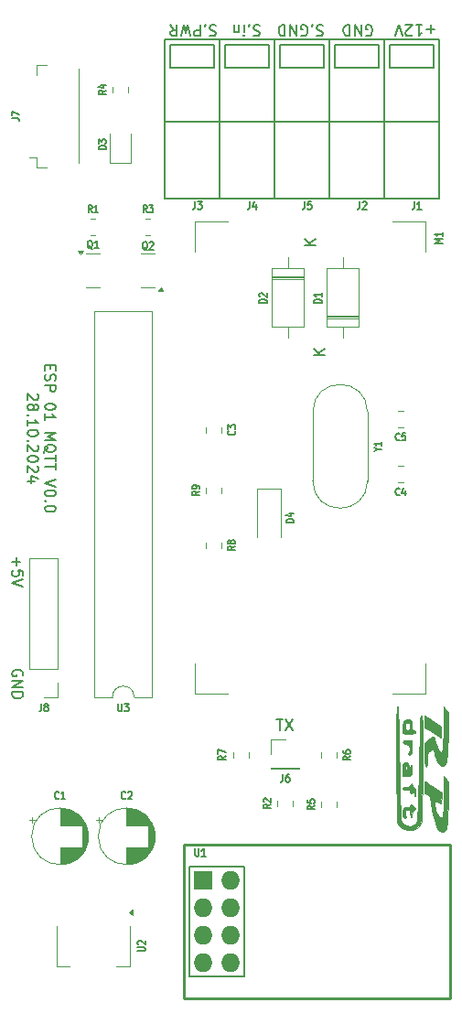
<source format=gbr>
%TF.GenerationSoftware,KiCad,Pcbnew,8.0.1*%
%TF.CreationDate,2024-10-28T19:37:41+01:00*%
%TF.ProjectId,ESP_01_MQTT,4553505f-3031-45f4-9d51-54542e6b6963,rev?*%
%TF.SameCoordinates,Original*%
%TF.FileFunction,Legend,Top*%
%TF.FilePolarity,Positive*%
%FSLAX46Y46*%
G04 Gerber Fmt 4.6, Leading zero omitted, Abs format (unit mm)*
G04 Created by KiCad (PCBNEW 8.0.1) date 2024-10-28 19:37:41*
%MOMM*%
%LPD*%
G01*
G04 APERTURE LIST*
%ADD10C,0.200000*%
%ADD11C,0.150000*%
%ADD12C,0.010000*%
%ADD13C,0.120000*%
%ADD14C,0.254000*%
%ADD15C,0.152400*%
%ADD16R,1.727200X1.727200*%
%ADD17O,1.727200X1.727200*%
G04 APERTURE END LIST*
D10*
X120002562Y-76804095D02*
X120002562Y-77137428D01*
X119478752Y-77280285D02*
X119478752Y-76804095D01*
X119478752Y-76804095D02*
X120478752Y-76804095D01*
X120478752Y-76804095D02*
X120478752Y-77280285D01*
X119526372Y-77661238D02*
X119478752Y-77804095D01*
X119478752Y-77804095D02*
X119478752Y-78042190D01*
X119478752Y-78042190D02*
X119526372Y-78137428D01*
X119526372Y-78137428D02*
X119573991Y-78185047D01*
X119573991Y-78185047D02*
X119669229Y-78232666D01*
X119669229Y-78232666D02*
X119764467Y-78232666D01*
X119764467Y-78232666D02*
X119859705Y-78185047D01*
X119859705Y-78185047D02*
X119907324Y-78137428D01*
X119907324Y-78137428D02*
X119954943Y-78042190D01*
X119954943Y-78042190D02*
X120002562Y-77851714D01*
X120002562Y-77851714D02*
X120050181Y-77756476D01*
X120050181Y-77756476D02*
X120097800Y-77708857D01*
X120097800Y-77708857D02*
X120193038Y-77661238D01*
X120193038Y-77661238D02*
X120288276Y-77661238D01*
X120288276Y-77661238D02*
X120383514Y-77708857D01*
X120383514Y-77708857D02*
X120431133Y-77756476D01*
X120431133Y-77756476D02*
X120478752Y-77851714D01*
X120478752Y-77851714D02*
X120478752Y-78089809D01*
X120478752Y-78089809D02*
X120431133Y-78232666D01*
X119478752Y-78661238D02*
X120478752Y-78661238D01*
X120478752Y-78661238D02*
X120478752Y-79042190D01*
X120478752Y-79042190D02*
X120431133Y-79137428D01*
X120431133Y-79137428D02*
X120383514Y-79185047D01*
X120383514Y-79185047D02*
X120288276Y-79232666D01*
X120288276Y-79232666D02*
X120145419Y-79232666D01*
X120145419Y-79232666D02*
X120050181Y-79185047D01*
X120050181Y-79185047D02*
X120002562Y-79137428D01*
X120002562Y-79137428D02*
X119954943Y-79042190D01*
X119954943Y-79042190D02*
X119954943Y-78661238D01*
X120478752Y-80613619D02*
X120478752Y-80708857D01*
X120478752Y-80708857D02*
X120431133Y-80804095D01*
X120431133Y-80804095D02*
X120383514Y-80851714D01*
X120383514Y-80851714D02*
X120288276Y-80899333D01*
X120288276Y-80899333D02*
X120097800Y-80946952D01*
X120097800Y-80946952D02*
X119859705Y-80946952D01*
X119859705Y-80946952D02*
X119669229Y-80899333D01*
X119669229Y-80899333D02*
X119573991Y-80851714D01*
X119573991Y-80851714D02*
X119526372Y-80804095D01*
X119526372Y-80804095D02*
X119478752Y-80708857D01*
X119478752Y-80708857D02*
X119478752Y-80613619D01*
X119478752Y-80613619D02*
X119526372Y-80518381D01*
X119526372Y-80518381D02*
X119573991Y-80470762D01*
X119573991Y-80470762D02*
X119669229Y-80423143D01*
X119669229Y-80423143D02*
X119859705Y-80375524D01*
X119859705Y-80375524D02*
X120097800Y-80375524D01*
X120097800Y-80375524D02*
X120288276Y-80423143D01*
X120288276Y-80423143D02*
X120383514Y-80470762D01*
X120383514Y-80470762D02*
X120431133Y-80518381D01*
X120431133Y-80518381D02*
X120478752Y-80613619D01*
X119478752Y-81899333D02*
X119478752Y-81327905D01*
X119478752Y-81613619D02*
X120478752Y-81613619D01*
X120478752Y-81613619D02*
X120335895Y-81518381D01*
X120335895Y-81518381D02*
X120240657Y-81423143D01*
X120240657Y-81423143D02*
X120193038Y-81327905D01*
X119478752Y-83089810D02*
X120478752Y-83089810D01*
X120478752Y-83089810D02*
X119764467Y-83423143D01*
X119764467Y-83423143D02*
X120478752Y-83756476D01*
X120478752Y-83756476D02*
X119478752Y-83756476D01*
X119383514Y-84899333D02*
X119431133Y-84804095D01*
X119431133Y-84804095D02*
X119526372Y-84708857D01*
X119526372Y-84708857D02*
X119669229Y-84566000D01*
X119669229Y-84566000D02*
X119716848Y-84470762D01*
X119716848Y-84470762D02*
X119716848Y-84375524D01*
X119478752Y-84423143D02*
X119526372Y-84327905D01*
X119526372Y-84327905D02*
X119621610Y-84232667D01*
X119621610Y-84232667D02*
X119812086Y-84185048D01*
X119812086Y-84185048D02*
X120145419Y-84185048D01*
X120145419Y-84185048D02*
X120335895Y-84232667D01*
X120335895Y-84232667D02*
X120431133Y-84327905D01*
X120431133Y-84327905D02*
X120478752Y-84423143D01*
X120478752Y-84423143D02*
X120478752Y-84613619D01*
X120478752Y-84613619D02*
X120431133Y-84708857D01*
X120431133Y-84708857D02*
X120335895Y-84804095D01*
X120335895Y-84804095D02*
X120145419Y-84851714D01*
X120145419Y-84851714D02*
X119812086Y-84851714D01*
X119812086Y-84851714D02*
X119621610Y-84804095D01*
X119621610Y-84804095D02*
X119526372Y-84708857D01*
X119526372Y-84708857D02*
X119478752Y-84613619D01*
X119478752Y-84613619D02*
X119478752Y-84423143D01*
X120478752Y-85137429D02*
X120478752Y-85708857D01*
X119478752Y-85423143D02*
X120478752Y-85423143D01*
X120478752Y-85899334D02*
X120478752Y-86470762D01*
X119478752Y-86185048D02*
X120478752Y-86185048D01*
X120478752Y-87423144D02*
X119478752Y-87756477D01*
X119478752Y-87756477D02*
X120478752Y-88089810D01*
X120478752Y-88613620D02*
X120478752Y-88708858D01*
X120478752Y-88708858D02*
X120431133Y-88804096D01*
X120431133Y-88804096D02*
X120383514Y-88851715D01*
X120383514Y-88851715D02*
X120288276Y-88899334D01*
X120288276Y-88899334D02*
X120097800Y-88946953D01*
X120097800Y-88946953D02*
X119859705Y-88946953D01*
X119859705Y-88946953D02*
X119669229Y-88899334D01*
X119669229Y-88899334D02*
X119573991Y-88851715D01*
X119573991Y-88851715D02*
X119526372Y-88804096D01*
X119526372Y-88804096D02*
X119478752Y-88708858D01*
X119478752Y-88708858D02*
X119478752Y-88613620D01*
X119478752Y-88613620D02*
X119526372Y-88518382D01*
X119526372Y-88518382D02*
X119573991Y-88470763D01*
X119573991Y-88470763D02*
X119669229Y-88423144D01*
X119669229Y-88423144D02*
X119859705Y-88375525D01*
X119859705Y-88375525D02*
X120097800Y-88375525D01*
X120097800Y-88375525D02*
X120288276Y-88423144D01*
X120288276Y-88423144D02*
X120383514Y-88470763D01*
X120383514Y-88470763D02*
X120431133Y-88518382D01*
X120431133Y-88518382D02*
X120478752Y-88613620D01*
X119573991Y-89375525D02*
X119526372Y-89423144D01*
X119526372Y-89423144D02*
X119478752Y-89375525D01*
X119478752Y-89375525D02*
X119526372Y-89327906D01*
X119526372Y-89327906D02*
X119573991Y-89375525D01*
X119573991Y-89375525D02*
X119478752Y-89375525D01*
X120478752Y-90042191D02*
X120478752Y-90137429D01*
X120478752Y-90137429D02*
X120431133Y-90232667D01*
X120431133Y-90232667D02*
X120383514Y-90280286D01*
X120383514Y-90280286D02*
X120288276Y-90327905D01*
X120288276Y-90327905D02*
X120097800Y-90375524D01*
X120097800Y-90375524D02*
X119859705Y-90375524D01*
X119859705Y-90375524D02*
X119669229Y-90327905D01*
X119669229Y-90327905D02*
X119573991Y-90280286D01*
X119573991Y-90280286D02*
X119526372Y-90232667D01*
X119526372Y-90232667D02*
X119478752Y-90137429D01*
X119478752Y-90137429D02*
X119478752Y-90042191D01*
X119478752Y-90042191D02*
X119526372Y-89946953D01*
X119526372Y-89946953D02*
X119573991Y-89899334D01*
X119573991Y-89899334D02*
X119669229Y-89851715D01*
X119669229Y-89851715D02*
X119859705Y-89804096D01*
X119859705Y-89804096D02*
X120097800Y-89804096D01*
X120097800Y-89804096D02*
X120288276Y-89851715D01*
X120288276Y-89851715D02*
X120383514Y-89899334D01*
X120383514Y-89899334D02*
X120431133Y-89946953D01*
X120431133Y-89946953D02*
X120478752Y-90042191D01*
X118773570Y-79470762D02*
X118821189Y-79518381D01*
X118821189Y-79518381D02*
X118868808Y-79613619D01*
X118868808Y-79613619D02*
X118868808Y-79851714D01*
X118868808Y-79851714D02*
X118821189Y-79946952D01*
X118821189Y-79946952D02*
X118773570Y-79994571D01*
X118773570Y-79994571D02*
X118678332Y-80042190D01*
X118678332Y-80042190D02*
X118583094Y-80042190D01*
X118583094Y-80042190D02*
X118440237Y-79994571D01*
X118440237Y-79994571D02*
X117868808Y-79423143D01*
X117868808Y-79423143D02*
X117868808Y-80042190D01*
X118440237Y-80613619D02*
X118487856Y-80518381D01*
X118487856Y-80518381D02*
X118535475Y-80470762D01*
X118535475Y-80470762D02*
X118630713Y-80423143D01*
X118630713Y-80423143D02*
X118678332Y-80423143D01*
X118678332Y-80423143D02*
X118773570Y-80470762D01*
X118773570Y-80470762D02*
X118821189Y-80518381D01*
X118821189Y-80518381D02*
X118868808Y-80613619D01*
X118868808Y-80613619D02*
X118868808Y-80804095D01*
X118868808Y-80804095D02*
X118821189Y-80899333D01*
X118821189Y-80899333D02*
X118773570Y-80946952D01*
X118773570Y-80946952D02*
X118678332Y-80994571D01*
X118678332Y-80994571D02*
X118630713Y-80994571D01*
X118630713Y-80994571D02*
X118535475Y-80946952D01*
X118535475Y-80946952D02*
X118487856Y-80899333D01*
X118487856Y-80899333D02*
X118440237Y-80804095D01*
X118440237Y-80804095D02*
X118440237Y-80613619D01*
X118440237Y-80613619D02*
X118392618Y-80518381D01*
X118392618Y-80518381D02*
X118344999Y-80470762D01*
X118344999Y-80470762D02*
X118249761Y-80423143D01*
X118249761Y-80423143D02*
X118059285Y-80423143D01*
X118059285Y-80423143D02*
X117964047Y-80470762D01*
X117964047Y-80470762D02*
X117916428Y-80518381D01*
X117916428Y-80518381D02*
X117868808Y-80613619D01*
X117868808Y-80613619D02*
X117868808Y-80804095D01*
X117868808Y-80804095D02*
X117916428Y-80899333D01*
X117916428Y-80899333D02*
X117964047Y-80946952D01*
X117964047Y-80946952D02*
X118059285Y-80994571D01*
X118059285Y-80994571D02*
X118249761Y-80994571D01*
X118249761Y-80994571D02*
X118344999Y-80946952D01*
X118344999Y-80946952D02*
X118392618Y-80899333D01*
X118392618Y-80899333D02*
X118440237Y-80804095D01*
X117964047Y-81423143D02*
X117916428Y-81470762D01*
X117916428Y-81470762D02*
X117868808Y-81423143D01*
X117868808Y-81423143D02*
X117916428Y-81375524D01*
X117916428Y-81375524D02*
X117964047Y-81423143D01*
X117964047Y-81423143D02*
X117868808Y-81423143D01*
X117868808Y-82423142D02*
X117868808Y-81851714D01*
X117868808Y-82137428D02*
X118868808Y-82137428D01*
X118868808Y-82137428D02*
X118725951Y-82042190D01*
X118725951Y-82042190D02*
X118630713Y-81946952D01*
X118630713Y-81946952D02*
X118583094Y-81851714D01*
X118868808Y-83042190D02*
X118868808Y-83137428D01*
X118868808Y-83137428D02*
X118821189Y-83232666D01*
X118821189Y-83232666D02*
X118773570Y-83280285D01*
X118773570Y-83280285D02*
X118678332Y-83327904D01*
X118678332Y-83327904D02*
X118487856Y-83375523D01*
X118487856Y-83375523D02*
X118249761Y-83375523D01*
X118249761Y-83375523D02*
X118059285Y-83327904D01*
X118059285Y-83327904D02*
X117964047Y-83280285D01*
X117964047Y-83280285D02*
X117916428Y-83232666D01*
X117916428Y-83232666D02*
X117868808Y-83137428D01*
X117868808Y-83137428D02*
X117868808Y-83042190D01*
X117868808Y-83042190D02*
X117916428Y-82946952D01*
X117916428Y-82946952D02*
X117964047Y-82899333D01*
X117964047Y-82899333D02*
X118059285Y-82851714D01*
X118059285Y-82851714D02*
X118249761Y-82804095D01*
X118249761Y-82804095D02*
X118487856Y-82804095D01*
X118487856Y-82804095D02*
X118678332Y-82851714D01*
X118678332Y-82851714D02*
X118773570Y-82899333D01*
X118773570Y-82899333D02*
X118821189Y-82946952D01*
X118821189Y-82946952D02*
X118868808Y-83042190D01*
X117964047Y-83804095D02*
X117916428Y-83851714D01*
X117916428Y-83851714D02*
X117868808Y-83804095D01*
X117868808Y-83804095D02*
X117916428Y-83756476D01*
X117916428Y-83756476D02*
X117964047Y-83804095D01*
X117964047Y-83804095D02*
X117868808Y-83804095D01*
X118773570Y-84232666D02*
X118821189Y-84280285D01*
X118821189Y-84280285D02*
X118868808Y-84375523D01*
X118868808Y-84375523D02*
X118868808Y-84613618D01*
X118868808Y-84613618D02*
X118821189Y-84708856D01*
X118821189Y-84708856D02*
X118773570Y-84756475D01*
X118773570Y-84756475D02*
X118678332Y-84804094D01*
X118678332Y-84804094D02*
X118583094Y-84804094D01*
X118583094Y-84804094D02*
X118440237Y-84756475D01*
X118440237Y-84756475D02*
X117868808Y-84185047D01*
X117868808Y-84185047D02*
X117868808Y-84804094D01*
X118868808Y-85423142D02*
X118868808Y-85518380D01*
X118868808Y-85518380D02*
X118821189Y-85613618D01*
X118821189Y-85613618D02*
X118773570Y-85661237D01*
X118773570Y-85661237D02*
X118678332Y-85708856D01*
X118678332Y-85708856D02*
X118487856Y-85756475D01*
X118487856Y-85756475D02*
X118249761Y-85756475D01*
X118249761Y-85756475D02*
X118059285Y-85708856D01*
X118059285Y-85708856D02*
X117964047Y-85661237D01*
X117964047Y-85661237D02*
X117916428Y-85613618D01*
X117916428Y-85613618D02*
X117868808Y-85518380D01*
X117868808Y-85518380D02*
X117868808Y-85423142D01*
X117868808Y-85423142D02*
X117916428Y-85327904D01*
X117916428Y-85327904D02*
X117964047Y-85280285D01*
X117964047Y-85280285D02*
X118059285Y-85232666D01*
X118059285Y-85232666D02*
X118249761Y-85185047D01*
X118249761Y-85185047D02*
X118487856Y-85185047D01*
X118487856Y-85185047D02*
X118678332Y-85232666D01*
X118678332Y-85232666D02*
X118773570Y-85280285D01*
X118773570Y-85280285D02*
X118821189Y-85327904D01*
X118821189Y-85327904D02*
X118868808Y-85423142D01*
X118773570Y-86137428D02*
X118821189Y-86185047D01*
X118821189Y-86185047D02*
X118868808Y-86280285D01*
X118868808Y-86280285D02*
X118868808Y-86518380D01*
X118868808Y-86518380D02*
X118821189Y-86613618D01*
X118821189Y-86613618D02*
X118773570Y-86661237D01*
X118773570Y-86661237D02*
X118678332Y-86708856D01*
X118678332Y-86708856D02*
X118583094Y-86708856D01*
X118583094Y-86708856D02*
X118440237Y-86661237D01*
X118440237Y-86661237D02*
X117868808Y-86089809D01*
X117868808Y-86089809D02*
X117868808Y-86708856D01*
X118535475Y-87565999D02*
X117868808Y-87565999D01*
X118916428Y-87327904D02*
X118202142Y-87089809D01*
X118202142Y-87089809D02*
X118202142Y-87708856D01*
X140942816Y-109611219D02*
X141514244Y-109611219D01*
X141228530Y-110611219D02*
X141228530Y-109611219D01*
X141752340Y-109611219D02*
X142419006Y-110611219D01*
X142419006Y-109611219D02*
X141752340Y-110611219D01*
X116845733Y-94603673D02*
X116845733Y-95365578D01*
X116464780Y-94984625D02*
X117226685Y-94984625D01*
X117464780Y-96317958D02*
X117464780Y-95841768D01*
X117464780Y-95841768D02*
X116988590Y-95794149D01*
X116988590Y-95794149D02*
X117036209Y-95841768D01*
X117036209Y-95841768D02*
X117083828Y-95937006D01*
X117083828Y-95937006D02*
X117083828Y-96175101D01*
X117083828Y-96175101D02*
X117036209Y-96270339D01*
X117036209Y-96270339D02*
X116988590Y-96317958D01*
X116988590Y-96317958D02*
X116893352Y-96365577D01*
X116893352Y-96365577D02*
X116655257Y-96365577D01*
X116655257Y-96365577D02*
X116560019Y-96317958D01*
X116560019Y-96317958D02*
X116512400Y-96270339D01*
X116512400Y-96270339D02*
X116464780Y-96175101D01*
X116464780Y-96175101D02*
X116464780Y-95937006D01*
X116464780Y-95937006D02*
X116512400Y-95841768D01*
X116512400Y-95841768D02*
X116560019Y-95794149D01*
X117464780Y-96651292D02*
X116464780Y-96984625D01*
X116464780Y-96984625D02*
X117464780Y-97317958D01*
X117417161Y-105541482D02*
X117464780Y-105446244D01*
X117464780Y-105446244D02*
X117464780Y-105303387D01*
X117464780Y-105303387D02*
X117417161Y-105160530D01*
X117417161Y-105160530D02*
X117321923Y-105065292D01*
X117321923Y-105065292D02*
X117226685Y-105017673D01*
X117226685Y-105017673D02*
X117036209Y-104970054D01*
X117036209Y-104970054D02*
X116893352Y-104970054D01*
X116893352Y-104970054D02*
X116702876Y-105017673D01*
X116702876Y-105017673D02*
X116607638Y-105065292D01*
X116607638Y-105065292D02*
X116512400Y-105160530D01*
X116512400Y-105160530D02*
X116464780Y-105303387D01*
X116464780Y-105303387D02*
X116464780Y-105398625D01*
X116464780Y-105398625D02*
X116512400Y-105541482D01*
X116512400Y-105541482D02*
X116560019Y-105589101D01*
X116560019Y-105589101D02*
X116893352Y-105589101D01*
X116893352Y-105589101D02*
X116893352Y-105398625D01*
X116464780Y-106017673D02*
X117464780Y-106017673D01*
X117464780Y-106017673D02*
X116464780Y-106589101D01*
X116464780Y-106589101D02*
X117464780Y-106589101D01*
X116464780Y-107065292D02*
X117464780Y-107065292D01*
X117464780Y-107065292D02*
X117464780Y-107303387D01*
X117464780Y-107303387D02*
X117417161Y-107446244D01*
X117417161Y-107446244D02*
X117321923Y-107541482D01*
X117321923Y-107541482D02*
X117226685Y-107589101D01*
X117226685Y-107589101D02*
X117036209Y-107636720D01*
X117036209Y-107636720D02*
X116893352Y-107636720D01*
X116893352Y-107636720D02*
X116702876Y-107589101D01*
X116702876Y-107589101D02*
X116607638Y-107541482D01*
X116607638Y-107541482D02*
X116512400Y-107446244D01*
X116512400Y-107446244D02*
X116464780Y-107303387D01*
X116464780Y-107303387D02*
X116464780Y-107065292D01*
X135313945Y-45392400D02*
X135171088Y-45344780D01*
X135171088Y-45344780D02*
X134932993Y-45344780D01*
X134932993Y-45344780D02*
X134837755Y-45392400D01*
X134837755Y-45392400D02*
X134790136Y-45440019D01*
X134790136Y-45440019D02*
X134742517Y-45535257D01*
X134742517Y-45535257D02*
X134742517Y-45630495D01*
X134742517Y-45630495D02*
X134790136Y-45725733D01*
X134790136Y-45725733D02*
X134837755Y-45773352D01*
X134837755Y-45773352D02*
X134932993Y-45820971D01*
X134932993Y-45820971D02*
X135123469Y-45868590D01*
X135123469Y-45868590D02*
X135218707Y-45916209D01*
X135218707Y-45916209D02*
X135266326Y-45963828D01*
X135266326Y-45963828D02*
X135313945Y-46059066D01*
X135313945Y-46059066D02*
X135313945Y-46154304D01*
X135313945Y-46154304D02*
X135266326Y-46249542D01*
X135266326Y-46249542D02*
X135218707Y-46297161D01*
X135218707Y-46297161D02*
X135123469Y-46344780D01*
X135123469Y-46344780D02*
X134885374Y-46344780D01*
X134885374Y-46344780D02*
X134742517Y-46297161D01*
X134313945Y-45440019D02*
X134266326Y-45392400D01*
X134266326Y-45392400D02*
X134313945Y-45344780D01*
X134313945Y-45344780D02*
X134361564Y-45392400D01*
X134361564Y-45392400D02*
X134313945Y-45440019D01*
X134313945Y-45440019D02*
X134313945Y-45344780D01*
X133837755Y-45344780D02*
X133837755Y-46344780D01*
X133837755Y-46344780D02*
X133456803Y-46344780D01*
X133456803Y-46344780D02*
X133361565Y-46297161D01*
X133361565Y-46297161D02*
X133313946Y-46249542D01*
X133313946Y-46249542D02*
X133266327Y-46154304D01*
X133266327Y-46154304D02*
X133266327Y-46011447D01*
X133266327Y-46011447D02*
X133313946Y-45916209D01*
X133313946Y-45916209D02*
X133361565Y-45868590D01*
X133361565Y-45868590D02*
X133456803Y-45820971D01*
X133456803Y-45820971D02*
X133837755Y-45820971D01*
X132932993Y-46344780D02*
X132694898Y-45344780D01*
X132694898Y-45344780D02*
X132504422Y-46059066D01*
X132504422Y-46059066D02*
X132313946Y-45344780D01*
X132313946Y-45344780D02*
X132075851Y-46344780D01*
X131123470Y-45344780D02*
X131456803Y-45820971D01*
X131694898Y-45344780D02*
X131694898Y-46344780D01*
X131694898Y-46344780D02*
X131313946Y-46344780D01*
X131313946Y-46344780D02*
X131218708Y-46297161D01*
X131218708Y-46297161D02*
X131171089Y-46249542D01*
X131171089Y-46249542D02*
X131123470Y-46154304D01*
X131123470Y-46154304D02*
X131123470Y-46011447D01*
X131123470Y-46011447D02*
X131171089Y-45916209D01*
X131171089Y-45916209D02*
X131218708Y-45868590D01*
X131218708Y-45868590D02*
X131313946Y-45820971D01*
X131313946Y-45820971D02*
X131694898Y-45820971D01*
X139377945Y-45392400D02*
X139235088Y-45344780D01*
X139235088Y-45344780D02*
X138996993Y-45344780D01*
X138996993Y-45344780D02*
X138901755Y-45392400D01*
X138901755Y-45392400D02*
X138854136Y-45440019D01*
X138854136Y-45440019D02*
X138806517Y-45535257D01*
X138806517Y-45535257D02*
X138806517Y-45630495D01*
X138806517Y-45630495D02*
X138854136Y-45725733D01*
X138854136Y-45725733D02*
X138901755Y-45773352D01*
X138901755Y-45773352D02*
X138996993Y-45820971D01*
X138996993Y-45820971D02*
X139187469Y-45868590D01*
X139187469Y-45868590D02*
X139282707Y-45916209D01*
X139282707Y-45916209D02*
X139330326Y-45963828D01*
X139330326Y-45963828D02*
X139377945Y-46059066D01*
X139377945Y-46059066D02*
X139377945Y-46154304D01*
X139377945Y-46154304D02*
X139330326Y-46249542D01*
X139330326Y-46249542D02*
X139282707Y-46297161D01*
X139282707Y-46297161D02*
X139187469Y-46344780D01*
X139187469Y-46344780D02*
X138949374Y-46344780D01*
X138949374Y-46344780D02*
X138806517Y-46297161D01*
X138377945Y-45440019D02*
X138330326Y-45392400D01*
X138330326Y-45392400D02*
X138377945Y-45344780D01*
X138377945Y-45344780D02*
X138425564Y-45392400D01*
X138425564Y-45392400D02*
X138377945Y-45440019D01*
X138377945Y-45440019D02*
X138377945Y-45344780D01*
X137901755Y-45344780D02*
X137901755Y-46011447D01*
X137901755Y-46344780D02*
X137949374Y-46297161D01*
X137949374Y-46297161D02*
X137901755Y-46249542D01*
X137901755Y-46249542D02*
X137854136Y-46297161D01*
X137854136Y-46297161D02*
X137901755Y-46344780D01*
X137901755Y-46344780D02*
X137901755Y-46249542D01*
X137425565Y-46011447D02*
X137425565Y-45344780D01*
X137425565Y-45916209D02*
X137377946Y-45963828D01*
X137377946Y-45963828D02*
X137282708Y-46011447D01*
X137282708Y-46011447D02*
X137139851Y-46011447D01*
X137139851Y-46011447D02*
X137044613Y-45963828D01*
X137044613Y-45963828D02*
X136996994Y-45868590D01*
X136996994Y-45868590D02*
X136996994Y-45344780D01*
X155586326Y-45725733D02*
X154824422Y-45725733D01*
X155205374Y-45344780D02*
X155205374Y-46106685D01*
X153824422Y-45344780D02*
X154395850Y-45344780D01*
X154110136Y-45344780D02*
X154110136Y-46344780D01*
X154110136Y-46344780D02*
X154205374Y-46201923D01*
X154205374Y-46201923D02*
X154300612Y-46106685D01*
X154300612Y-46106685D02*
X154395850Y-46059066D01*
X153443469Y-46249542D02*
X153395850Y-46297161D01*
X153395850Y-46297161D02*
X153300612Y-46344780D01*
X153300612Y-46344780D02*
X153062517Y-46344780D01*
X153062517Y-46344780D02*
X152967279Y-46297161D01*
X152967279Y-46297161D02*
X152919660Y-46249542D01*
X152919660Y-46249542D02*
X152872041Y-46154304D01*
X152872041Y-46154304D02*
X152872041Y-46059066D01*
X152872041Y-46059066D02*
X152919660Y-45916209D01*
X152919660Y-45916209D02*
X153491088Y-45344780D01*
X153491088Y-45344780D02*
X152872041Y-45344780D01*
X152586326Y-46344780D02*
X152252993Y-45344780D01*
X152252993Y-45344780D02*
X151919660Y-46344780D01*
X149220517Y-46297161D02*
X149315755Y-46344780D01*
X149315755Y-46344780D02*
X149458612Y-46344780D01*
X149458612Y-46344780D02*
X149601469Y-46297161D01*
X149601469Y-46297161D02*
X149696707Y-46201923D01*
X149696707Y-46201923D02*
X149744326Y-46106685D01*
X149744326Y-46106685D02*
X149791945Y-45916209D01*
X149791945Y-45916209D02*
X149791945Y-45773352D01*
X149791945Y-45773352D02*
X149744326Y-45582876D01*
X149744326Y-45582876D02*
X149696707Y-45487638D01*
X149696707Y-45487638D02*
X149601469Y-45392400D01*
X149601469Y-45392400D02*
X149458612Y-45344780D01*
X149458612Y-45344780D02*
X149363374Y-45344780D01*
X149363374Y-45344780D02*
X149220517Y-45392400D01*
X149220517Y-45392400D02*
X149172898Y-45440019D01*
X149172898Y-45440019D02*
X149172898Y-45773352D01*
X149172898Y-45773352D02*
X149363374Y-45773352D01*
X148744326Y-45344780D02*
X148744326Y-46344780D01*
X148744326Y-46344780D02*
X148172898Y-45344780D01*
X148172898Y-45344780D02*
X148172898Y-46344780D01*
X147696707Y-45344780D02*
X147696707Y-46344780D01*
X147696707Y-46344780D02*
X147458612Y-46344780D01*
X147458612Y-46344780D02*
X147315755Y-46297161D01*
X147315755Y-46297161D02*
X147220517Y-46201923D01*
X147220517Y-46201923D02*
X147172898Y-46106685D01*
X147172898Y-46106685D02*
X147125279Y-45916209D01*
X147125279Y-45916209D02*
X147125279Y-45773352D01*
X147125279Y-45773352D02*
X147172898Y-45582876D01*
X147172898Y-45582876D02*
X147220517Y-45487638D01*
X147220517Y-45487638D02*
X147315755Y-45392400D01*
X147315755Y-45392400D02*
X147458612Y-45344780D01*
X147458612Y-45344780D02*
X147696707Y-45344780D01*
X145219945Y-45392400D02*
X145077088Y-45344780D01*
X145077088Y-45344780D02*
X144838993Y-45344780D01*
X144838993Y-45344780D02*
X144743755Y-45392400D01*
X144743755Y-45392400D02*
X144696136Y-45440019D01*
X144696136Y-45440019D02*
X144648517Y-45535257D01*
X144648517Y-45535257D02*
X144648517Y-45630495D01*
X144648517Y-45630495D02*
X144696136Y-45725733D01*
X144696136Y-45725733D02*
X144743755Y-45773352D01*
X144743755Y-45773352D02*
X144838993Y-45820971D01*
X144838993Y-45820971D02*
X145029469Y-45868590D01*
X145029469Y-45868590D02*
X145124707Y-45916209D01*
X145124707Y-45916209D02*
X145172326Y-45963828D01*
X145172326Y-45963828D02*
X145219945Y-46059066D01*
X145219945Y-46059066D02*
X145219945Y-46154304D01*
X145219945Y-46154304D02*
X145172326Y-46249542D01*
X145172326Y-46249542D02*
X145124707Y-46297161D01*
X145124707Y-46297161D02*
X145029469Y-46344780D01*
X145029469Y-46344780D02*
X144791374Y-46344780D01*
X144791374Y-46344780D02*
X144648517Y-46297161D01*
X144219945Y-45440019D02*
X144172326Y-45392400D01*
X144172326Y-45392400D02*
X144219945Y-45344780D01*
X144219945Y-45344780D02*
X144267564Y-45392400D01*
X144267564Y-45392400D02*
X144219945Y-45440019D01*
X144219945Y-45440019D02*
X144219945Y-45344780D01*
X143219946Y-46297161D02*
X143315184Y-46344780D01*
X143315184Y-46344780D02*
X143458041Y-46344780D01*
X143458041Y-46344780D02*
X143600898Y-46297161D01*
X143600898Y-46297161D02*
X143696136Y-46201923D01*
X143696136Y-46201923D02*
X143743755Y-46106685D01*
X143743755Y-46106685D02*
X143791374Y-45916209D01*
X143791374Y-45916209D02*
X143791374Y-45773352D01*
X143791374Y-45773352D02*
X143743755Y-45582876D01*
X143743755Y-45582876D02*
X143696136Y-45487638D01*
X143696136Y-45487638D02*
X143600898Y-45392400D01*
X143600898Y-45392400D02*
X143458041Y-45344780D01*
X143458041Y-45344780D02*
X143362803Y-45344780D01*
X143362803Y-45344780D02*
X143219946Y-45392400D01*
X143219946Y-45392400D02*
X143172327Y-45440019D01*
X143172327Y-45440019D02*
X143172327Y-45773352D01*
X143172327Y-45773352D02*
X143362803Y-45773352D01*
X142743755Y-45344780D02*
X142743755Y-46344780D01*
X142743755Y-46344780D02*
X142172327Y-45344780D01*
X142172327Y-45344780D02*
X142172327Y-46344780D01*
X141696136Y-45344780D02*
X141696136Y-46344780D01*
X141696136Y-46344780D02*
X141458041Y-46344780D01*
X141458041Y-46344780D02*
X141315184Y-46297161D01*
X141315184Y-46297161D02*
X141219946Y-46201923D01*
X141219946Y-46201923D02*
X141172327Y-46106685D01*
X141172327Y-46106685D02*
X141124708Y-45916209D01*
X141124708Y-45916209D02*
X141124708Y-45773352D01*
X141124708Y-45773352D02*
X141172327Y-45582876D01*
X141172327Y-45582876D02*
X141219946Y-45487638D01*
X141219946Y-45487638D02*
X141315184Y-45392400D01*
X141315184Y-45392400D02*
X141458041Y-45344780D01*
X141458041Y-45344780D02*
X141696136Y-45344780D01*
D11*
X119179999Y-108118033D02*
X119179999Y-108618033D01*
X119179999Y-108618033D02*
X119151428Y-108718033D01*
X119151428Y-108718033D02*
X119094285Y-108784700D01*
X119094285Y-108784700D02*
X119008571Y-108818033D01*
X119008571Y-108818033D02*
X118951428Y-108818033D01*
X119551428Y-108418033D02*
X119494285Y-108384700D01*
X119494285Y-108384700D02*
X119465714Y-108351366D01*
X119465714Y-108351366D02*
X119437142Y-108284700D01*
X119437142Y-108284700D02*
X119437142Y-108251366D01*
X119437142Y-108251366D02*
X119465714Y-108184700D01*
X119465714Y-108184700D02*
X119494285Y-108151366D01*
X119494285Y-108151366D02*
X119551428Y-108118033D01*
X119551428Y-108118033D02*
X119665714Y-108118033D01*
X119665714Y-108118033D02*
X119722857Y-108151366D01*
X119722857Y-108151366D02*
X119751428Y-108184700D01*
X119751428Y-108184700D02*
X119779999Y-108251366D01*
X119779999Y-108251366D02*
X119779999Y-108284700D01*
X119779999Y-108284700D02*
X119751428Y-108351366D01*
X119751428Y-108351366D02*
X119722857Y-108384700D01*
X119722857Y-108384700D02*
X119665714Y-108418033D01*
X119665714Y-108418033D02*
X119551428Y-108418033D01*
X119551428Y-108418033D02*
X119494285Y-108451366D01*
X119494285Y-108451366D02*
X119465714Y-108484700D01*
X119465714Y-108484700D02*
X119437142Y-108551366D01*
X119437142Y-108551366D02*
X119437142Y-108684700D01*
X119437142Y-108684700D02*
X119465714Y-108751366D01*
X119465714Y-108751366D02*
X119494285Y-108784700D01*
X119494285Y-108784700D02*
X119551428Y-108818033D01*
X119551428Y-108818033D02*
X119665714Y-108818033D01*
X119665714Y-108818033D02*
X119722857Y-108784700D01*
X119722857Y-108784700D02*
X119751428Y-108751366D01*
X119751428Y-108751366D02*
X119779999Y-108684700D01*
X119779999Y-108684700D02*
X119779999Y-108551366D01*
X119779999Y-108551366D02*
X119751428Y-108484700D01*
X119751428Y-108484700D02*
X119722857Y-108451366D01*
X119722857Y-108451366D02*
X119665714Y-108418033D01*
X150319700Y-84603714D02*
X150653033Y-84603714D01*
X149953033Y-84803714D02*
X150319700Y-84603714D01*
X150319700Y-84603714D02*
X149953033Y-84403714D01*
X150653033Y-83889428D02*
X150653033Y-84232285D01*
X150653033Y-84060856D02*
X149953033Y-84060856D01*
X149953033Y-84060856D02*
X150053033Y-84117999D01*
X150053033Y-84117999D02*
X150119700Y-84175142D01*
X150119700Y-84175142D02*
X150153033Y-84232285D01*
X152300000Y-83717366D02*
X152271428Y-83750700D01*
X152271428Y-83750700D02*
X152185714Y-83784033D01*
X152185714Y-83784033D02*
X152128571Y-83784033D01*
X152128571Y-83784033D02*
X152042857Y-83750700D01*
X152042857Y-83750700D02*
X151985714Y-83684033D01*
X151985714Y-83684033D02*
X151957143Y-83617366D01*
X151957143Y-83617366D02*
X151928571Y-83484033D01*
X151928571Y-83484033D02*
X151928571Y-83384033D01*
X151928571Y-83384033D02*
X151957143Y-83250700D01*
X151957143Y-83250700D02*
X151985714Y-83184033D01*
X151985714Y-83184033D02*
X152042857Y-83117366D01*
X152042857Y-83117366D02*
X152128571Y-83084033D01*
X152128571Y-83084033D02*
X152185714Y-83084033D01*
X152185714Y-83084033D02*
X152271428Y-83117366D01*
X152271428Y-83117366D02*
X152300000Y-83150700D01*
X152842857Y-83084033D02*
X152557143Y-83084033D01*
X152557143Y-83084033D02*
X152528571Y-83417366D01*
X152528571Y-83417366D02*
X152557143Y-83384033D01*
X152557143Y-83384033D02*
X152614286Y-83350700D01*
X152614286Y-83350700D02*
X152757143Y-83350700D01*
X152757143Y-83350700D02*
X152814286Y-83384033D01*
X152814286Y-83384033D02*
X152842857Y-83417366D01*
X152842857Y-83417366D02*
X152871428Y-83484033D01*
X152871428Y-83484033D02*
X152871428Y-83650700D01*
X152871428Y-83650700D02*
X152842857Y-83717366D01*
X152842857Y-83717366D02*
X152814286Y-83750700D01*
X152814286Y-83750700D02*
X152757143Y-83784033D01*
X152757143Y-83784033D02*
X152614286Y-83784033D01*
X152614286Y-83784033D02*
X152557143Y-83750700D01*
X152557143Y-83750700D02*
X152528571Y-83717366D01*
X152300000Y-88797366D02*
X152271428Y-88830700D01*
X152271428Y-88830700D02*
X152185714Y-88864033D01*
X152185714Y-88864033D02*
X152128571Y-88864033D01*
X152128571Y-88864033D02*
X152042857Y-88830700D01*
X152042857Y-88830700D02*
X151985714Y-88764033D01*
X151985714Y-88764033D02*
X151957143Y-88697366D01*
X151957143Y-88697366D02*
X151928571Y-88564033D01*
X151928571Y-88564033D02*
X151928571Y-88464033D01*
X151928571Y-88464033D02*
X151957143Y-88330700D01*
X151957143Y-88330700D02*
X151985714Y-88264033D01*
X151985714Y-88264033D02*
X152042857Y-88197366D01*
X152042857Y-88197366D02*
X152128571Y-88164033D01*
X152128571Y-88164033D02*
X152185714Y-88164033D01*
X152185714Y-88164033D02*
X152271428Y-88197366D01*
X152271428Y-88197366D02*
X152300000Y-88230700D01*
X152814286Y-88397366D02*
X152814286Y-88864033D01*
X152671428Y-88130700D02*
X152528571Y-88630700D01*
X152528571Y-88630700D02*
X152900000Y-88630700D01*
X128068033Y-131013142D02*
X128634700Y-131013142D01*
X128634700Y-131013142D02*
X128701366Y-130984571D01*
X128701366Y-130984571D02*
X128734700Y-130956000D01*
X128734700Y-130956000D02*
X128768033Y-130898857D01*
X128768033Y-130898857D02*
X128768033Y-130784571D01*
X128768033Y-130784571D02*
X128734700Y-130727428D01*
X128734700Y-130727428D02*
X128701366Y-130698857D01*
X128701366Y-130698857D02*
X128634700Y-130670285D01*
X128634700Y-130670285D02*
X128068033Y-130670285D01*
X128134700Y-130413143D02*
X128101366Y-130384571D01*
X128101366Y-130384571D02*
X128068033Y-130327429D01*
X128068033Y-130327429D02*
X128068033Y-130184571D01*
X128068033Y-130184571D02*
X128101366Y-130127429D01*
X128101366Y-130127429D02*
X128134700Y-130098857D01*
X128134700Y-130098857D02*
X128201366Y-130070286D01*
X128201366Y-130070286D02*
X128268033Y-130070286D01*
X128268033Y-130070286D02*
X128368033Y-130098857D01*
X128368033Y-130098857D02*
X128768033Y-130441714D01*
X128768033Y-130441714D02*
X128768033Y-130070286D01*
X133403999Y-61674033D02*
X133403999Y-62174033D01*
X133403999Y-62174033D02*
X133375428Y-62274033D01*
X133375428Y-62274033D02*
X133318285Y-62340700D01*
X133318285Y-62340700D02*
X133232571Y-62374033D01*
X133232571Y-62374033D02*
X133175428Y-62374033D01*
X133632571Y-61674033D02*
X134003999Y-61674033D01*
X134003999Y-61674033D02*
X133803999Y-61940700D01*
X133803999Y-61940700D02*
X133889714Y-61940700D01*
X133889714Y-61940700D02*
X133946857Y-61974033D01*
X133946857Y-61974033D02*
X133975428Y-62007366D01*
X133975428Y-62007366D02*
X134003999Y-62074033D01*
X134003999Y-62074033D02*
X134003999Y-62240700D01*
X134003999Y-62240700D02*
X133975428Y-62307366D01*
X133975428Y-62307366D02*
X133946857Y-62340700D01*
X133946857Y-62340700D02*
X133889714Y-62374033D01*
X133889714Y-62374033D02*
X133718285Y-62374033D01*
X133718285Y-62374033D02*
X133661142Y-62340700D01*
X133661142Y-62340700D02*
X133632571Y-62307366D01*
X123894857Y-66054700D02*
X123837714Y-66021366D01*
X123837714Y-66021366D02*
X123780571Y-65954700D01*
X123780571Y-65954700D02*
X123694857Y-65854700D01*
X123694857Y-65854700D02*
X123637714Y-65821366D01*
X123637714Y-65821366D02*
X123580571Y-65821366D01*
X123609142Y-65988033D02*
X123552000Y-65954700D01*
X123552000Y-65954700D02*
X123494857Y-65888033D01*
X123494857Y-65888033D02*
X123466285Y-65754700D01*
X123466285Y-65754700D02*
X123466285Y-65521366D01*
X123466285Y-65521366D02*
X123494857Y-65388033D01*
X123494857Y-65388033D02*
X123552000Y-65321366D01*
X123552000Y-65321366D02*
X123609142Y-65288033D01*
X123609142Y-65288033D02*
X123723428Y-65288033D01*
X123723428Y-65288033D02*
X123780571Y-65321366D01*
X123780571Y-65321366D02*
X123837714Y-65388033D01*
X123837714Y-65388033D02*
X123866285Y-65521366D01*
X123866285Y-65521366D02*
X123866285Y-65754700D01*
X123866285Y-65754700D02*
X123837714Y-65888033D01*
X123837714Y-65888033D02*
X123780571Y-65954700D01*
X123780571Y-65954700D02*
X123723428Y-65988033D01*
X123723428Y-65988033D02*
X123609142Y-65988033D01*
X124437713Y-65988033D02*
X124094856Y-65988033D01*
X124266285Y-65988033D02*
X124266285Y-65288033D01*
X124266285Y-65288033D02*
X124209142Y-65388033D01*
X124209142Y-65388033D02*
X124151999Y-65454700D01*
X124151999Y-65454700D02*
X124094856Y-65488033D01*
X141531999Y-114678033D02*
X141531999Y-115178033D01*
X141531999Y-115178033D02*
X141503428Y-115278033D01*
X141503428Y-115278033D02*
X141446285Y-115344700D01*
X141446285Y-115344700D02*
X141360571Y-115378033D01*
X141360571Y-115378033D02*
X141303428Y-115378033D01*
X142074857Y-114678033D02*
X141960571Y-114678033D01*
X141960571Y-114678033D02*
X141903428Y-114711366D01*
X141903428Y-114711366D02*
X141874857Y-114744700D01*
X141874857Y-114744700D02*
X141817714Y-114844700D01*
X141817714Y-114844700D02*
X141789142Y-114978033D01*
X141789142Y-114978033D02*
X141789142Y-115244700D01*
X141789142Y-115244700D02*
X141817714Y-115311366D01*
X141817714Y-115311366D02*
X141846285Y-115344700D01*
X141846285Y-115344700D02*
X141903428Y-115378033D01*
X141903428Y-115378033D02*
X142017714Y-115378033D01*
X142017714Y-115378033D02*
X142074857Y-115344700D01*
X142074857Y-115344700D02*
X142103428Y-115311366D01*
X142103428Y-115311366D02*
X142131999Y-115244700D01*
X142131999Y-115244700D02*
X142131999Y-115078033D01*
X142131999Y-115078033D02*
X142103428Y-115011366D01*
X142103428Y-115011366D02*
X142074857Y-114978033D01*
X142074857Y-114978033D02*
X142017714Y-114944700D01*
X142017714Y-114944700D02*
X141903428Y-114944700D01*
X141903428Y-114944700D02*
X141846285Y-114978033D01*
X141846285Y-114978033D02*
X141817714Y-115011366D01*
X141817714Y-115011366D02*
X141789142Y-115078033D01*
X140398033Y-117447999D02*
X140064700Y-117647999D01*
X140398033Y-117790856D02*
X139698033Y-117790856D01*
X139698033Y-117790856D02*
X139698033Y-117562285D01*
X139698033Y-117562285D02*
X139731366Y-117505142D01*
X139731366Y-117505142D02*
X139764700Y-117476571D01*
X139764700Y-117476571D02*
X139831366Y-117447999D01*
X139831366Y-117447999D02*
X139931366Y-117447999D01*
X139931366Y-117447999D02*
X139998033Y-117476571D01*
X139998033Y-117476571D02*
X140031366Y-117505142D01*
X140031366Y-117505142D02*
X140064700Y-117562285D01*
X140064700Y-117562285D02*
X140064700Y-117790856D01*
X139764700Y-117219428D02*
X139731366Y-117190856D01*
X139731366Y-117190856D02*
X139698033Y-117133714D01*
X139698033Y-117133714D02*
X139698033Y-116990856D01*
X139698033Y-116990856D02*
X139731366Y-116933714D01*
X139731366Y-116933714D02*
X139764700Y-116905142D01*
X139764700Y-116905142D02*
X139831366Y-116876571D01*
X139831366Y-116876571D02*
X139898033Y-116876571D01*
X139898033Y-116876571D02*
X139998033Y-116905142D01*
X139998033Y-116905142D02*
X140398033Y-117247999D01*
X140398033Y-117247999D02*
X140398033Y-116876571D01*
X156272033Y-65509713D02*
X155572033Y-65509713D01*
X155572033Y-65509713D02*
X156072033Y-65309713D01*
X156072033Y-65309713D02*
X155572033Y-65109713D01*
X155572033Y-65109713D02*
X156272033Y-65109713D01*
X156272033Y-64509714D02*
X156272033Y-64852571D01*
X156272033Y-64681142D02*
X155572033Y-64681142D01*
X155572033Y-64681142D02*
X155672033Y-64738285D01*
X155672033Y-64738285D02*
X155738700Y-64795428D01*
X155738700Y-64795428D02*
X155772033Y-64852571D01*
X153723999Y-61674033D02*
X153723999Y-62174033D01*
X153723999Y-62174033D02*
X153695428Y-62274033D01*
X153695428Y-62274033D02*
X153638285Y-62340700D01*
X153638285Y-62340700D02*
X153552571Y-62374033D01*
X153552571Y-62374033D02*
X153495428Y-62374033D01*
X154323999Y-62374033D02*
X153981142Y-62374033D01*
X154152571Y-62374033D02*
X154152571Y-61674033D01*
X154152571Y-61674033D02*
X154095428Y-61774033D01*
X154095428Y-61774033D02*
X154038285Y-61840700D01*
X154038285Y-61840700D02*
X153981142Y-61874033D01*
X148643999Y-61674033D02*
X148643999Y-62174033D01*
X148643999Y-62174033D02*
X148615428Y-62274033D01*
X148615428Y-62274033D02*
X148558285Y-62340700D01*
X148558285Y-62340700D02*
X148472571Y-62374033D01*
X148472571Y-62374033D02*
X148415428Y-62374033D01*
X148901142Y-61740700D02*
X148929714Y-61707366D01*
X148929714Y-61707366D02*
X148986857Y-61674033D01*
X148986857Y-61674033D02*
X149129714Y-61674033D01*
X149129714Y-61674033D02*
X149186857Y-61707366D01*
X149186857Y-61707366D02*
X149215428Y-61740700D01*
X149215428Y-61740700D02*
X149243999Y-61807366D01*
X149243999Y-61807366D02*
X149243999Y-61874033D01*
X149243999Y-61874033D02*
X149215428Y-61974033D01*
X149215428Y-61974033D02*
X148872571Y-62374033D01*
X148872571Y-62374033D02*
X149243999Y-62374033D01*
X128974857Y-66168700D02*
X128917714Y-66135366D01*
X128917714Y-66135366D02*
X128860571Y-66068700D01*
X128860571Y-66068700D02*
X128774857Y-65968700D01*
X128774857Y-65968700D02*
X128717714Y-65935366D01*
X128717714Y-65935366D02*
X128660571Y-65935366D01*
X128689142Y-66102033D02*
X128632000Y-66068700D01*
X128632000Y-66068700D02*
X128574857Y-66002033D01*
X128574857Y-66002033D02*
X128546285Y-65868700D01*
X128546285Y-65868700D02*
X128546285Y-65635366D01*
X128546285Y-65635366D02*
X128574857Y-65502033D01*
X128574857Y-65502033D02*
X128632000Y-65435366D01*
X128632000Y-65435366D02*
X128689142Y-65402033D01*
X128689142Y-65402033D02*
X128803428Y-65402033D01*
X128803428Y-65402033D02*
X128860571Y-65435366D01*
X128860571Y-65435366D02*
X128917714Y-65502033D01*
X128917714Y-65502033D02*
X128946285Y-65635366D01*
X128946285Y-65635366D02*
X128946285Y-65868700D01*
X128946285Y-65868700D02*
X128917714Y-66002033D01*
X128917714Y-66002033D02*
X128860571Y-66068700D01*
X128860571Y-66068700D02*
X128803428Y-66102033D01*
X128803428Y-66102033D02*
X128689142Y-66102033D01*
X129174856Y-65468700D02*
X129203428Y-65435366D01*
X129203428Y-65435366D02*
X129260571Y-65402033D01*
X129260571Y-65402033D02*
X129403428Y-65402033D01*
X129403428Y-65402033D02*
X129460571Y-65435366D01*
X129460571Y-65435366D02*
X129489142Y-65468700D01*
X129489142Y-65468700D02*
X129517713Y-65535366D01*
X129517713Y-65535366D02*
X129517713Y-65602033D01*
X129517713Y-65602033D02*
X129489142Y-65702033D01*
X129489142Y-65702033D02*
X129146285Y-66102033D01*
X129146285Y-66102033D02*
X129517713Y-66102033D01*
X126944888Y-116895366D02*
X126916316Y-116928700D01*
X126916316Y-116928700D02*
X126830602Y-116962033D01*
X126830602Y-116962033D02*
X126773459Y-116962033D01*
X126773459Y-116962033D02*
X126687745Y-116928700D01*
X126687745Y-116928700D02*
X126630602Y-116862033D01*
X126630602Y-116862033D02*
X126602031Y-116795366D01*
X126602031Y-116795366D02*
X126573459Y-116662033D01*
X126573459Y-116662033D02*
X126573459Y-116562033D01*
X126573459Y-116562033D02*
X126602031Y-116428700D01*
X126602031Y-116428700D02*
X126630602Y-116362033D01*
X126630602Y-116362033D02*
X126687745Y-116295366D01*
X126687745Y-116295366D02*
X126773459Y-116262033D01*
X126773459Y-116262033D02*
X126830602Y-116262033D01*
X126830602Y-116262033D02*
X126916316Y-116295366D01*
X126916316Y-116295366D02*
X126944888Y-116328700D01*
X127173459Y-116328700D02*
X127202031Y-116295366D01*
X127202031Y-116295366D02*
X127259174Y-116262033D01*
X127259174Y-116262033D02*
X127402031Y-116262033D01*
X127402031Y-116262033D02*
X127459174Y-116295366D01*
X127459174Y-116295366D02*
X127487745Y-116328700D01*
X127487745Y-116328700D02*
X127516316Y-116395366D01*
X127516316Y-116395366D02*
X127516316Y-116462033D01*
X127516316Y-116462033D02*
X127487745Y-116562033D01*
X127487745Y-116562033D02*
X127144888Y-116962033D01*
X127144888Y-116962033D02*
X127516316Y-116962033D01*
X125158033Y-56830856D02*
X124458033Y-56830856D01*
X124458033Y-56830856D02*
X124458033Y-56687999D01*
X124458033Y-56687999D02*
X124491366Y-56602285D01*
X124491366Y-56602285D02*
X124558033Y-56545142D01*
X124558033Y-56545142D02*
X124624700Y-56516571D01*
X124624700Y-56516571D02*
X124758033Y-56487999D01*
X124758033Y-56487999D02*
X124858033Y-56487999D01*
X124858033Y-56487999D02*
X124991366Y-56516571D01*
X124991366Y-56516571D02*
X125058033Y-56545142D01*
X125058033Y-56545142D02*
X125124700Y-56602285D01*
X125124700Y-56602285D02*
X125158033Y-56687999D01*
X125158033Y-56687999D02*
X125158033Y-56830856D01*
X124458033Y-56287999D02*
X124458033Y-55916571D01*
X124458033Y-55916571D02*
X124724700Y-56116571D01*
X124724700Y-56116571D02*
X124724700Y-56030856D01*
X124724700Y-56030856D02*
X124758033Y-55973714D01*
X124758033Y-55973714D02*
X124791366Y-55945142D01*
X124791366Y-55945142D02*
X124858033Y-55916571D01*
X124858033Y-55916571D02*
X125024700Y-55916571D01*
X125024700Y-55916571D02*
X125091366Y-55945142D01*
X125091366Y-55945142D02*
X125124700Y-55973714D01*
X125124700Y-55973714D02*
X125158033Y-56030856D01*
X125158033Y-56030856D02*
X125158033Y-56202285D01*
X125158033Y-56202285D02*
X125124700Y-56259428D01*
X125124700Y-56259428D02*
X125091366Y-56287999D01*
X147762033Y-112979499D02*
X147428700Y-113179499D01*
X147762033Y-113322356D02*
X147062033Y-113322356D01*
X147062033Y-113322356D02*
X147062033Y-113093785D01*
X147062033Y-113093785D02*
X147095366Y-113036642D01*
X147095366Y-113036642D02*
X147128700Y-113008071D01*
X147128700Y-113008071D02*
X147195366Y-112979499D01*
X147195366Y-112979499D02*
X147295366Y-112979499D01*
X147295366Y-112979499D02*
X147362033Y-113008071D01*
X147362033Y-113008071D02*
X147395366Y-113036642D01*
X147395366Y-113036642D02*
X147428700Y-113093785D01*
X147428700Y-113093785D02*
X147428700Y-113322356D01*
X147062033Y-112465214D02*
X147062033Y-112579499D01*
X147062033Y-112579499D02*
X147095366Y-112636642D01*
X147095366Y-112636642D02*
X147128700Y-112665214D01*
X147128700Y-112665214D02*
X147228700Y-112722356D01*
X147228700Y-112722356D02*
X147362033Y-112750928D01*
X147362033Y-112750928D02*
X147628700Y-112750928D01*
X147628700Y-112750928D02*
X147695366Y-112722356D01*
X147695366Y-112722356D02*
X147728700Y-112693785D01*
X147728700Y-112693785D02*
X147762033Y-112636642D01*
X147762033Y-112636642D02*
X147762033Y-112522356D01*
X147762033Y-112522356D02*
X147728700Y-112465214D01*
X147728700Y-112465214D02*
X147695366Y-112436642D01*
X147695366Y-112436642D02*
X147628700Y-112408071D01*
X147628700Y-112408071D02*
X147462033Y-112408071D01*
X147462033Y-112408071D02*
X147395366Y-112436642D01*
X147395366Y-112436642D02*
X147362033Y-112465214D01*
X147362033Y-112465214D02*
X147328700Y-112522356D01*
X147328700Y-112522356D02*
X147328700Y-112636642D01*
X147328700Y-112636642D02*
X147362033Y-112693785D01*
X147362033Y-112693785D02*
X147395366Y-112722356D01*
X147395366Y-112722356D02*
X147462033Y-112750928D01*
X123852000Y-62674033D02*
X123652000Y-62340700D01*
X123509143Y-62674033D02*
X123509143Y-61974033D01*
X123509143Y-61974033D02*
X123737714Y-61974033D01*
X123737714Y-61974033D02*
X123794857Y-62007366D01*
X123794857Y-62007366D02*
X123823428Y-62040700D01*
X123823428Y-62040700D02*
X123852000Y-62107366D01*
X123852000Y-62107366D02*
X123852000Y-62207366D01*
X123852000Y-62207366D02*
X123823428Y-62274033D01*
X123823428Y-62274033D02*
X123794857Y-62307366D01*
X123794857Y-62307366D02*
X123737714Y-62340700D01*
X123737714Y-62340700D02*
X123509143Y-62340700D01*
X124423428Y-62674033D02*
X124080571Y-62674033D01*
X124252000Y-62674033D02*
X124252000Y-61974033D01*
X124252000Y-61974033D02*
X124194857Y-62074033D01*
X124194857Y-62074033D02*
X124137714Y-62140700D01*
X124137714Y-62140700D02*
X124080571Y-62174033D01*
X140016033Y-71054856D02*
X139316033Y-71054856D01*
X139316033Y-71054856D02*
X139316033Y-70911999D01*
X139316033Y-70911999D02*
X139349366Y-70826285D01*
X139349366Y-70826285D02*
X139416033Y-70769142D01*
X139416033Y-70769142D02*
X139482700Y-70740571D01*
X139482700Y-70740571D02*
X139616033Y-70711999D01*
X139616033Y-70711999D02*
X139716033Y-70711999D01*
X139716033Y-70711999D02*
X139849366Y-70740571D01*
X139849366Y-70740571D02*
X139916033Y-70769142D01*
X139916033Y-70769142D02*
X139982700Y-70826285D01*
X139982700Y-70826285D02*
X140016033Y-70911999D01*
X140016033Y-70911999D02*
X140016033Y-71054856D01*
X139382700Y-70483428D02*
X139349366Y-70454856D01*
X139349366Y-70454856D02*
X139316033Y-70397714D01*
X139316033Y-70397714D02*
X139316033Y-70254856D01*
X139316033Y-70254856D02*
X139349366Y-70197714D01*
X139349366Y-70197714D02*
X139382700Y-70169142D01*
X139382700Y-70169142D02*
X139449366Y-70140571D01*
X139449366Y-70140571D02*
X139516033Y-70140571D01*
X139516033Y-70140571D02*
X139616033Y-70169142D01*
X139616033Y-70169142D02*
X140016033Y-70511999D01*
X140016033Y-70511999D02*
X140016033Y-70140571D01*
X144520819Y-65716904D02*
X143520819Y-65716904D01*
X144520819Y-65145476D02*
X143949390Y-65574047D01*
X143520819Y-65145476D02*
X144092247Y-65716904D01*
X142524033Y-91374856D02*
X141824033Y-91374856D01*
X141824033Y-91374856D02*
X141824033Y-91231999D01*
X141824033Y-91231999D02*
X141857366Y-91146285D01*
X141857366Y-91146285D02*
X141924033Y-91089142D01*
X141924033Y-91089142D02*
X141990700Y-91060571D01*
X141990700Y-91060571D02*
X142124033Y-91031999D01*
X142124033Y-91031999D02*
X142224033Y-91031999D01*
X142224033Y-91031999D02*
X142357366Y-91060571D01*
X142357366Y-91060571D02*
X142424033Y-91089142D01*
X142424033Y-91089142D02*
X142490700Y-91146285D01*
X142490700Y-91146285D02*
X142524033Y-91231999D01*
X142524033Y-91231999D02*
X142524033Y-91374856D01*
X142057366Y-90517714D02*
X142524033Y-90517714D01*
X141790700Y-90660571D02*
X142290700Y-90803428D01*
X142290700Y-90803428D02*
X142290700Y-90431999D01*
X136206033Y-112979499D02*
X135872700Y-113179499D01*
X136206033Y-113322356D02*
X135506033Y-113322356D01*
X135506033Y-113322356D02*
X135506033Y-113093785D01*
X135506033Y-113093785D02*
X135539366Y-113036642D01*
X135539366Y-113036642D02*
X135572700Y-113008071D01*
X135572700Y-113008071D02*
X135639366Y-112979499D01*
X135639366Y-112979499D02*
X135739366Y-112979499D01*
X135739366Y-112979499D02*
X135806033Y-113008071D01*
X135806033Y-113008071D02*
X135839366Y-113036642D01*
X135839366Y-113036642D02*
X135872700Y-113093785D01*
X135872700Y-113093785D02*
X135872700Y-113322356D01*
X135506033Y-112779499D02*
X135506033Y-112379499D01*
X135506033Y-112379499D02*
X136206033Y-112636642D01*
X145096033Y-71054856D02*
X144396033Y-71054856D01*
X144396033Y-71054856D02*
X144396033Y-70911999D01*
X144396033Y-70911999D02*
X144429366Y-70826285D01*
X144429366Y-70826285D02*
X144496033Y-70769142D01*
X144496033Y-70769142D02*
X144562700Y-70740571D01*
X144562700Y-70740571D02*
X144696033Y-70711999D01*
X144696033Y-70711999D02*
X144796033Y-70711999D01*
X144796033Y-70711999D02*
X144929366Y-70740571D01*
X144929366Y-70740571D02*
X144996033Y-70769142D01*
X144996033Y-70769142D02*
X145062700Y-70826285D01*
X145062700Y-70826285D02*
X145096033Y-70911999D01*
X145096033Y-70911999D02*
X145096033Y-71054856D01*
X145096033Y-70140571D02*
X145096033Y-70483428D01*
X145096033Y-70311999D02*
X144396033Y-70311999D01*
X144396033Y-70311999D02*
X144496033Y-70369142D01*
X144496033Y-70369142D02*
X144562700Y-70426285D01*
X144562700Y-70426285D02*
X144596033Y-70483428D01*
X145400819Y-75876904D02*
X144400819Y-75876904D01*
X145400819Y-75305476D02*
X144829390Y-75734047D01*
X144400819Y-75305476D02*
X144972247Y-75876904D01*
X144462033Y-117551499D02*
X144128700Y-117751499D01*
X144462033Y-117894356D02*
X143762033Y-117894356D01*
X143762033Y-117894356D02*
X143762033Y-117665785D01*
X143762033Y-117665785D02*
X143795366Y-117608642D01*
X143795366Y-117608642D02*
X143828700Y-117580071D01*
X143828700Y-117580071D02*
X143895366Y-117551499D01*
X143895366Y-117551499D02*
X143995366Y-117551499D01*
X143995366Y-117551499D02*
X144062033Y-117580071D01*
X144062033Y-117580071D02*
X144095366Y-117608642D01*
X144095366Y-117608642D02*
X144128700Y-117665785D01*
X144128700Y-117665785D02*
X144128700Y-117894356D01*
X143762033Y-117008642D02*
X143762033Y-117294356D01*
X143762033Y-117294356D02*
X144095366Y-117322928D01*
X144095366Y-117322928D02*
X144062033Y-117294356D01*
X144062033Y-117294356D02*
X144028700Y-117237214D01*
X144028700Y-117237214D02*
X144028700Y-117094356D01*
X144028700Y-117094356D02*
X144062033Y-117037214D01*
X144062033Y-117037214D02*
X144095366Y-117008642D01*
X144095366Y-117008642D02*
X144162033Y-116980071D01*
X144162033Y-116980071D02*
X144328700Y-116980071D01*
X144328700Y-116980071D02*
X144395366Y-117008642D01*
X144395366Y-117008642D02*
X144428700Y-117037214D01*
X144428700Y-117037214D02*
X144462033Y-117094356D01*
X144462033Y-117094356D02*
X144462033Y-117237214D01*
X144462033Y-117237214D02*
X144428700Y-117294356D01*
X144428700Y-117294356D02*
X144395366Y-117322928D01*
X125151033Y-51407999D02*
X124817700Y-51607999D01*
X125151033Y-51750856D02*
X124451033Y-51750856D01*
X124451033Y-51750856D02*
X124451033Y-51522285D01*
X124451033Y-51522285D02*
X124484366Y-51465142D01*
X124484366Y-51465142D02*
X124517700Y-51436571D01*
X124517700Y-51436571D02*
X124584366Y-51407999D01*
X124584366Y-51407999D02*
X124684366Y-51407999D01*
X124684366Y-51407999D02*
X124751033Y-51436571D01*
X124751033Y-51436571D02*
X124784366Y-51465142D01*
X124784366Y-51465142D02*
X124817700Y-51522285D01*
X124817700Y-51522285D02*
X124817700Y-51750856D01*
X124684366Y-50893714D02*
X125151033Y-50893714D01*
X124417700Y-51036571D02*
X124917700Y-51179428D01*
X124917700Y-51179428D02*
X124917700Y-50807999D01*
X133794033Y-88491999D02*
X133460700Y-88691999D01*
X133794033Y-88834856D02*
X133094033Y-88834856D01*
X133094033Y-88834856D02*
X133094033Y-88606285D01*
X133094033Y-88606285D02*
X133127366Y-88549142D01*
X133127366Y-88549142D02*
X133160700Y-88520571D01*
X133160700Y-88520571D02*
X133227366Y-88491999D01*
X133227366Y-88491999D02*
X133327366Y-88491999D01*
X133327366Y-88491999D02*
X133394033Y-88520571D01*
X133394033Y-88520571D02*
X133427366Y-88549142D01*
X133427366Y-88549142D02*
X133460700Y-88606285D01*
X133460700Y-88606285D02*
X133460700Y-88834856D01*
X133794033Y-88206285D02*
X133794033Y-88091999D01*
X133794033Y-88091999D02*
X133760700Y-88034856D01*
X133760700Y-88034856D02*
X133727366Y-88006285D01*
X133727366Y-88006285D02*
X133627366Y-87949142D01*
X133627366Y-87949142D02*
X133494033Y-87920571D01*
X133494033Y-87920571D02*
X133227366Y-87920571D01*
X133227366Y-87920571D02*
X133160700Y-87949142D01*
X133160700Y-87949142D02*
X133127366Y-87977714D01*
X133127366Y-87977714D02*
X133094033Y-88034856D01*
X133094033Y-88034856D02*
X133094033Y-88149142D01*
X133094033Y-88149142D02*
X133127366Y-88206285D01*
X133127366Y-88206285D02*
X133160700Y-88234856D01*
X133160700Y-88234856D02*
X133227366Y-88263428D01*
X133227366Y-88263428D02*
X133394033Y-88263428D01*
X133394033Y-88263428D02*
X133460700Y-88234856D01*
X133460700Y-88234856D02*
X133494033Y-88206285D01*
X133494033Y-88206285D02*
X133527366Y-88149142D01*
X133527366Y-88149142D02*
X133527366Y-88034856D01*
X133527366Y-88034856D02*
X133494033Y-87977714D01*
X133494033Y-87977714D02*
X133460700Y-87949142D01*
X133460700Y-87949142D02*
X133394033Y-87920571D01*
X138483999Y-61674033D02*
X138483999Y-62174033D01*
X138483999Y-62174033D02*
X138455428Y-62274033D01*
X138455428Y-62274033D02*
X138398285Y-62340700D01*
X138398285Y-62340700D02*
X138312571Y-62374033D01*
X138312571Y-62374033D02*
X138255428Y-62374033D01*
X139026857Y-61907366D02*
X139026857Y-62374033D01*
X138883999Y-61640700D02*
X138741142Y-62140700D01*
X138741142Y-62140700D02*
X139112571Y-62140700D01*
X137094033Y-93571999D02*
X136760700Y-93771999D01*
X137094033Y-93914856D02*
X136394033Y-93914856D01*
X136394033Y-93914856D02*
X136394033Y-93686285D01*
X136394033Y-93686285D02*
X136427366Y-93629142D01*
X136427366Y-93629142D02*
X136460700Y-93600571D01*
X136460700Y-93600571D02*
X136527366Y-93571999D01*
X136527366Y-93571999D02*
X136627366Y-93571999D01*
X136627366Y-93571999D02*
X136694033Y-93600571D01*
X136694033Y-93600571D02*
X136727366Y-93629142D01*
X136727366Y-93629142D02*
X136760700Y-93686285D01*
X136760700Y-93686285D02*
X136760700Y-93914856D01*
X136694033Y-93229142D02*
X136660700Y-93286285D01*
X136660700Y-93286285D02*
X136627366Y-93314856D01*
X136627366Y-93314856D02*
X136560700Y-93343428D01*
X136560700Y-93343428D02*
X136527366Y-93343428D01*
X136527366Y-93343428D02*
X136460700Y-93314856D01*
X136460700Y-93314856D02*
X136427366Y-93286285D01*
X136427366Y-93286285D02*
X136394033Y-93229142D01*
X136394033Y-93229142D02*
X136394033Y-93114856D01*
X136394033Y-93114856D02*
X136427366Y-93057714D01*
X136427366Y-93057714D02*
X136460700Y-93029142D01*
X136460700Y-93029142D02*
X136527366Y-93000571D01*
X136527366Y-93000571D02*
X136560700Y-93000571D01*
X136560700Y-93000571D02*
X136627366Y-93029142D01*
X136627366Y-93029142D02*
X136660700Y-93057714D01*
X136660700Y-93057714D02*
X136694033Y-93114856D01*
X136694033Y-93114856D02*
X136694033Y-93229142D01*
X136694033Y-93229142D02*
X136727366Y-93286285D01*
X136727366Y-93286285D02*
X136760700Y-93314856D01*
X136760700Y-93314856D02*
X136827366Y-93343428D01*
X136827366Y-93343428D02*
X136960700Y-93343428D01*
X136960700Y-93343428D02*
X137027366Y-93314856D01*
X137027366Y-93314856D02*
X137060700Y-93286285D01*
X137060700Y-93286285D02*
X137094033Y-93229142D01*
X137094033Y-93229142D02*
X137094033Y-93114856D01*
X137094033Y-93114856D02*
X137060700Y-93057714D01*
X137060700Y-93057714D02*
X137027366Y-93029142D01*
X137027366Y-93029142D02*
X136960700Y-93000571D01*
X136960700Y-93000571D02*
X136827366Y-93000571D01*
X136827366Y-93000571D02*
X136760700Y-93029142D01*
X136760700Y-93029142D02*
X136727366Y-93057714D01*
X136727366Y-93057714D02*
X136694033Y-93114856D01*
X137057366Y-82903999D02*
X137090700Y-82932571D01*
X137090700Y-82932571D02*
X137124033Y-83018285D01*
X137124033Y-83018285D02*
X137124033Y-83075428D01*
X137124033Y-83075428D02*
X137090700Y-83161142D01*
X137090700Y-83161142D02*
X137024033Y-83218285D01*
X137024033Y-83218285D02*
X136957366Y-83246856D01*
X136957366Y-83246856D02*
X136824033Y-83275428D01*
X136824033Y-83275428D02*
X136724033Y-83275428D01*
X136724033Y-83275428D02*
X136590700Y-83246856D01*
X136590700Y-83246856D02*
X136524033Y-83218285D01*
X136524033Y-83218285D02*
X136457366Y-83161142D01*
X136457366Y-83161142D02*
X136424033Y-83075428D01*
X136424033Y-83075428D02*
X136424033Y-83018285D01*
X136424033Y-83018285D02*
X136457366Y-82932571D01*
X136457366Y-82932571D02*
X136490700Y-82903999D01*
X136424033Y-82703999D02*
X136424033Y-82332571D01*
X136424033Y-82332571D02*
X136690700Y-82532571D01*
X136690700Y-82532571D02*
X136690700Y-82446856D01*
X136690700Y-82446856D02*
X136724033Y-82389714D01*
X136724033Y-82389714D02*
X136757366Y-82361142D01*
X136757366Y-82361142D02*
X136824033Y-82332571D01*
X136824033Y-82332571D02*
X136990700Y-82332571D01*
X136990700Y-82332571D02*
X137057366Y-82361142D01*
X137057366Y-82361142D02*
X137090700Y-82389714D01*
X137090700Y-82389714D02*
X137124033Y-82446856D01*
X137124033Y-82446856D02*
X137124033Y-82618285D01*
X137124033Y-82618285D02*
X137090700Y-82675428D01*
X137090700Y-82675428D02*
X137057366Y-82703999D01*
X126288857Y-108118033D02*
X126288857Y-108684700D01*
X126288857Y-108684700D02*
X126317428Y-108751366D01*
X126317428Y-108751366D02*
X126346000Y-108784700D01*
X126346000Y-108784700D02*
X126403142Y-108818033D01*
X126403142Y-108818033D02*
X126517428Y-108818033D01*
X126517428Y-108818033D02*
X126574571Y-108784700D01*
X126574571Y-108784700D02*
X126603142Y-108751366D01*
X126603142Y-108751366D02*
X126631714Y-108684700D01*
X126631714Y-108684700D02*
X126631714Y-108118033D01*
X126860285Y-108118033D02*
X127231713Y-108118033D01*
X127231713Y-108118033D02*
X127031713Y-108384700D01*
X127031713Y-108384700D02*
X127117428Y-108384700D01*
X127117428Y-108384700D02*
X127174571Y-108418033D01*
X127174571Y-108418033D02*
X127203142Y-108451366D01*
X127203142Y-108451366D02*
X127231713Y-108518033D01*
X127231713Y-108518033D02*
X127231713Y-108684700D01*
X127231713Y-108684700D02*
X127203142Y-108751366D01*
X127203142Y-108751366D02*
X127174571Y-108784700D01*
X127174571Y-108784700D02*
X127117428Y-108818033D01*
X127117428Y-108818033D02*
X126945999Y-108818033D01*
X126945999Y-108818033D02*
X126888856Y-108784700D01*
X126888856Y-108784700D02*
X126860285Y-108751366D01*
X143563999Y-61674033D02*
X143563999Y-62174033D01*
X143563999Y-62174033D02*
X143535428Y-62274033D01*
X143535428Y-62274033D02*
X143478285Y-62340700D01*
X143478285Y-62340700D02*
X143392571Y-62374033D01*
X143392571Y-62374033D02*
X143335428Y-62374033D01*
X144135428Y-61674033D02*
X143849714Y-61674033D01*
X143849714Y-61674033D02*
X143821142Y-62007366D01*
X143821142Y-62007366D02*
X143849714Y-61974033D01*
X143849714Y-61974033D02*
X143906857Y-61940700D01*
X143906857Y-61940700D02*
X144049714Y-61940700D01*
X144049714Y-61940700D02*
X144106857Y-61974033D01*
X144106857Y-61974033D02*
X144135428Y-62007366D01*
X144135428Y-62007366D02*
X144163999Y-62074033D01*
X144163999Y-62074033D02*
X144163999Y-62240700D01*
X144163999Y-62240700D02*
X144135428Y-62307366D01*
X144135428Y-62307366D02*
X144106857Y-62340700D01*
X144106857Y-62340700D02*
X144049714Y-62374033D01*
X144049714Y-62374033D02*
X143906857Y-62374033D01*
X143906857Y-62374033D02*
X143849714Y-62340700D01*
X143849714Y-62340700D02*
X143821142Y-62307366D01*
X133400857Y-121536033D02*
X133400857Y-122102700D01*
X133400857Y-122102700D02*
X133429428Y-122169366D01*
X133429428Y-122169366D02*
X133458000Y-122202700D01*
X133458000Y-122202700D02*
X133515142Y-122236033D01*
X133515142Y-122236033D02*
X133629428Y-122236033D01*
X133629428Y-122236033D02*
X133686571Y-122202700D01*
X133686571Y-122202700D02*
X133715142Y-122169366D01*
X133715142Y-122169366D02*
X133743714Y-122102700D01*
X133743714Y-122102700D02*
X133743714Y-121536033D01*
X134343713Y-122236033D02*
X134000856Y-122236033D01*
X134172285Y-122236033D02*
X134172285Y-121536033D01*
X134172285Y-121536033D02*
X134115142Y-121636033D01*
X134115142Y-121636033D02*
X134057999Y-121702700D01*
X134057999Y-121702700D02*
X134000856Y-121736033D01*
X128932000Y-62674033D02*
X128732000Y-62340700D01*
X128589143Y-62674033D02*
X128589143Y-61974033D01*
X128589143Y-61974033D02*
X128817714Y-61974033D01*
X128817714Y-61974033D02*
X128874857Y-62007366D01*
X128874857Y-62007366D02*
X128903428Y-62040700D01*
X128903428Y-62040700D02*
X128932000Y-62107366D01*
X128932000Y-62107366D02*
X128932000Y-62207366D01*
X128932000Y-62207366D02*
X128903428Y-62274033D01*
X128903428Y-62274033D02*
X128874857Y-62307366D01*
X128874857Y-62307366D02*
X128817714Y-62340700D01*
X128817714Y-62340700D02*
X128589143Y-62340700D01*
X129132000Y-61974033D02*
X129503428Y-61974033D01*
X129503428Y-61974033D02*
X129303428Y-62240700D01*
X129303428Y-62240700D02*
X129389143Y-62240700D01*
X129389143Y-62240700D02*
X129446286Y-62274033D01*
X129446286Y-62274033D02*
X129474857Y-62307366D01*
X129474857Y-62307366D02*
X129503428Y-62374033D01*
X129503428Y-62374033D02*
X129503428Y-62540700D01*
X129503428Y-62540700D02*
X129474857Y-62607366D01*
X129474857Y-62607366D02*
X129446286Y-62640700D01*
X129446286Y-62640700D02*
X129389143Y-62674033D01*
X129389143Y-62674033D02*
X129217714Y-62674033D01*
X129217714Y-62674033D02*
X129160571Y-62640700D01*
X129160571Y-62640700D02*
X129132000Y-62607366D01*
X116428033Y-53961000D02*
X116928033Y-53961000D01*
X116928033Y-53961000D02*
X117028033Y-53989571D01*
X117028033Y-53989571D02*
X117094700Y-54046714D01*
X117094700Y-54046714D02*
X117128033Y-54132428D01*
X117128033Y-54132428D02*
X117128033Y-54189571D01*
X116428033Y-53732428D02*
X116428033Y-53332428D01*
X116428033Y-53332428D02*
X117128033Y-53589571D01*
X120788000Y-116895366D02*
X120759428Y-116928700D01*
X120759428Y-116928700D02*
X120673714Y-116962033D01*
X120673714Y-116962033D02*
X120616571Y-116962033D01*
X120616571Y-116962033D02*
X120530857Y-116928700D01*
X120530857Y-116928700D02*
X120473714Y-116862033D01*
X120473714Y-116862033D02*
X120445143Y-116795366D01*
X120445143Y-116795366D02*
X120416571Y-116662033D01*
X120416571Y-116662033D02*
X120416571Y-116562033D01*
X120416571Y-116562033D02*
X120445143Y-116428700D01*
X120445143Y-116428700D02*
X120473714Y-116362033D01*
X120473714Y-116362033D02*
X120530857Y-116295366D01*
X120530857Y-116295366D02*
X120616571Y-116262033D01*
X120616571Y-116262033D02*
X120673714Y-116262033D01*
X120673714Y-116262033D02*
X120759428Y-116295366D01*
X120759428Y-116295366D02*
X120788000Y-116328700D01*
X121359428Y-116962033D02*
X121016571Y-116962033D01*
X121188000Y-116962033D02*
X121188000Y-116262033D01*
X121188000Y-116262033D02*
X121130857Y-116362033D01*
X121130857Y-116362033D02*
X121073714Y-116428700D01*
X121073714Y-116428700D02*
X121016571Y-116462033D01*
D12*
%TO.C,G\u002A\u002A\u002A*%
X152152570Y-108417004D02*
X152160561Y-108428014D01*
X152167148Y-108495858D01*
X152175671Y-108675159D01*
X152185874Y-108956443D01*
X152197504Y-109330234D01*
X152210307Y-109787056D01*
X152224029Y-110317436D01*
X152238417Y-110911897D01*
X152253216Y-111560964D01*
X152268173Y-112255163D01*
X152283034Y-112985018D01*
X152284106Y-113039323D01*
X152303128Y-114007838D01*
X152319897Y-114862730D01*
X152334704Y-115611301D01*
X152347835Y-116260854D01*
X152359579Y-116818692D01*
X152370224Y-117292118D01*
X152380058Y-117688433D01*
X152389370Y-118014941D01*
X152398448Y-118278943D01*
X152407580Y-118487744D01*
X152417054Y-118648645D01*
X152427159Y-118768949D01*
X152438182Y-118855958D01*
X152450412Y-118916976D01*
X152464138Y-118959304D01*
X152479647Y-118990246D01*
X152497227Y-119017104D01*
X152517168Y-119047180D01*
X152521512Y-119054303D01*
X152718766Y-119276601D01*
X152973835Y-119406831D01*
X153258974Y-119438421D01*
X153546437Y-119364796D01*
X153634330Y-119317974D01*
X153685988Y-119289441D01*
X153732438Y-119266060D01*
X153774079Y-119241661D01*
X153811313Y-119210075D01*
X153844537Y-119165135D01*
X153874153Y-119100672D01*
X153900560Y-119010518D01*
X153924158Y-118888504D01*
X153945347Y-118728461D01*
X153964526Y-118524221D01*
X153982096Y-118269617D01*
X153998457Y-117958478D01*
X154014007Y-117584637D01*
X154029148Y-117141925D01*
X154044279Y-116624174D01*
X154059799Y-116025216D01*
X154076109Y-115338881D01*
X154093609Y-114559002D01*
X154112698Y-113679410D01*
X154133776Y-112693936D01*
X154157244Y-111596412D01*
X154168360Y-111079643D01*
X154179989Y-110556326D01*
X154190473Y-110141413D01*
X154200844Y-109822377D01*
X154212134Y-109586691D01*
X154225376Y-109421827D01*
X154241602Y-109315256D01*
X154261844Y-109254452D01*
X154287136Y-109226885D01*
X154318509Y-109220030D01*
X154321620Y-109220000D01*
X154342058Y-109223226D01*
X154359833Y-109238077D01*
X154375101Y-109272311D01*
X154388013Y-109333689D01*
X154398724Y-109429970D01*
X154407388Y-109568913D01*
X154414157Y-109758277D01*
X154419186Y-110005822D01*
X154422627Y-110319307D01*
X154424635Y-110706491D01*
X154425364Y-111175134D01*
X154424966Y-111732996D01*
X154423595Y-112387834D01*
X154421405Y-113147410D01*
X154418549Y-114019481D01*
X154418266Y-114103453D01*
X154401762Y-118986905D01*
X154257574Y-119238557D01*
X154024356Y-119538681D01*
X153736639Y-119741890D01*
X153413811Y-119847030D01*
X153075263Y-119852946D01*
X152740384Y-119758482D01*
X152428562Y-119562486D01*
X152230368Y-119359286D01*
X152043191Y-119126905D01*
X152027112Y-113750119D01*
X152024817Y-112767234D01*
X152024054Y-111873908D01*
X152024796Y-111073660D01*
X152027014Y-110370010D01*
X152030681Y-109766476D01*
X152035771Y-109266579D01*
X152042256Y-108873837D01*
X152050108Y-108591770D01*
X152059300Y-108423896D01*
X152068900Y-108373334D01*
X152152570Y-108417004D01*
G36*
X152152570Y-108417004D02*
G01*
X152160561Y-108428014D01*
X152167148Y-108495858D01*
X152175671Y-108675159D01*
X152185874Y-108956443D01*
X152197504Y-109330234D01*
X152210307Y-109787056D01*
X152224029Y-110317436D01*
X152238417Y-110911897D01*
X152253216Y-111560964D01*
X152268173Y-112255163D01*
X152283034Y-112985018D01*
X152284106Y-113039323D01*
X152303128Y-114007838D01*
X152319897Y-114862730D01*
X152334704Y-115611301D01*
X152347835Y-116260854D01*
X152359579Y-116818692D01*
X152370224Y-117292118D01*
X152380058Y-117688433D01*
X152389370Y-118014941D01*
X152398448Y-118278943D01*
X152407580Y-118487744D01*
X152417054Y-118648645D01*
X152427159Y-118768949D01*
X152438182Y-118855958D01*
X152450412Y-118916976D01*
X152464138Y-118959304D01*
X152479647Y-118990246D01*
X152497227Y-119017104D01*
X152517168Y-119047180D01*
X152521512Y-119054303D01*
X152718766Y-119276601D01*
X152973835Y-119406831D01*
X153258974Y-119438421D01*
X153546437Y-119364796D01*
X153634330Y-119317974D01*
X153685988Y-119289441D01*
X153732438Y-119266060D01*
X153774079Y-119241661D01*
X153811313Y-119210075D01*
X153844537Y-119165135D01*
X153874153Y-119100672D01*
X153900560Y-119010518D01*
X153924158Y-118888504D01*
X153945347Y-118728461D01*
X153964526Y-118524221D01*
X153982096Y-118269617D01*
X153998457Y-117958478D01*
X154014007Y-117584637D01*
X154029148Y-117141925D01*
X154044279Y-116624174D01*
X154059799Y-116025216D01*
X154076109Y-115338881D01*
X154093609Y-114559002D01*
X154112698Y-113679410D01*
X154133776Y-112693936D01*
X154157244Y-111596412D01*
X154168360Y-111079643D01*
X154179989Y-110556326D01*
X154190473Y-110141413D01*
X154200844Y-109822377D01*
X154212134Y-109586691D01*
X154225376Y-109421827D01*
X154241602Y-109315256D01*
X154261844Y-109254452D01*
X154287136Y-109226885D01*
X154318509Y-109220030D01*
X154321620Y-109220000D01*
X154342058Y-109223226D01*
X154359833Y-109238077D01*
X154375101Y-109272311D01*
X154388013Y-109333689D01*
X154398724Y-109429970D01*
X154407388Y-109568913D01*
X154414157Y-109758277D01*
X154419186Y-110005822D01*
X154422627Y-110319307D01*
X154424635Y-110706491D01*
X154425364Y-111175134D01*
X154424966Y-111732996D01*
X154423595Y-112387834D01*
X154421405Y-113147410D01*
X154418549Y-114019481D01*
X154418266Y-114103453D01*
X154401762Y-118986905D01*
X154257574Y-119238557D01*
X154024356Y-119538681D01*
X153736639Y-119741890D01*
X153413811Y-119847030D01*
X153075263Y-119852946D01*
X152740384Y-119758482D01*
X152428562Y-119562486D01*
X152230368Y-119359286D01*
X152043191Y-119126905D01*
X152027112Y-113750119D01*
X152024817Y-112767234D01*
X152024054Y-111873908D01*
X152024796Y-111073660D01*
X152027014Y-110370010D01*
X152030681Y-109766476D01*
X152035771Y-109266579D01*
X152042256Y-108873837D01*
X152050108Y-108591770D01*
X152059300Y-108423896D01*
X152068900Y-108373334D01*
X152152570Y-108417004D01*
G37*
X153112245Y-109600844D02*
X153220339Y-109607975D01*
X153354270Y-109691303D01*
X153431814Y-109858664D01*
X153462736Y-110123964D01*
X153464381Y-110227297D01*
X153467269Y-110433097D01*
X153484211Y-110547428D01*
X153527624Y-110599761D01*
X153609923Y-110619569D01*
X153630691Y-110622055D01*
X153760400Y-110666100D01*
X153797000Y-110762143D01*
X153787716Y-110818099D01*
X153745136Y-110854755D01*
X153647171Y-110877289D01*
X153471729Y-110890883D01*
X153207357Y-110900405D01*
X152956767Y-110903227D01*
X152758603Y-110896840D01*
X152638885Y-110882571D01*
X152615454Y-110870167D01*
X152600247Y-110522368D01*
X152593894Y-110272247D01*
X152596295Y-110159459D01*
X152799143Y-110159459D01*
X152816388Y-110341239D01*
X152858251Y-110487106D01*
X152861747Y-110493976D01*
X152969065Y-110593340D01*
X153102096Y-110595915D01*
X153215133Y-110502527D01*
X153223847Y-110487440D01*
X153263660Y-110344202D01*
X153272684Y-110159365D01*
X153271331Y-110139702D01*
X153243394Y-109984195D01*
X153178754Y-109912925D01*
X153112245Y-109895575D01*
X152928274Y-109896682D01*
X152829809Y-109975825D01*
X152799208Y-110147872D01*
X152799143Y-110159459D01*
X152596295Y-110159459D01*
X152597630Y-110096770D01*
X152612691Y-109972901D01*
X152640311Y-109877607D01*
X152672510Y-109806004D01*
X152756248Y-109676920D01*
X152867794Y-109615861D01*
X153020258Y-109594776D01*
X153112245Y-109600844D01*
G36*
X153112245Y-109600844D02*
G01*
X153220339Y-109607975D01*
X153354270Y-109691303D01*
X153431814Y-109858664D01*
X153462736Y-110123964D01*
X153464381Y-110227297D01*
X153467269Y-110433097D01*
X153484211Y-110547428D01*
X153527624Y-110599761D01*
X153609923Y-110619569D01*
X153630691Y-110622055D01*
X153760400Y-110666100D01*
X153797000Y-110762143D01*
X153787716Y-110818099D01*
X153745136Y-110854755D01*
X153647171Y-110877289D01*
X153471729Y-110890883D01*
X153207357Y-110900405D01*
X152956767Y-110903227D01*
X152758603Y-110896840D01*
X152638885Y-110882571D01*
X152615454Y-110870167D01*
X152600247Y-110522368D01*
X152593894Y-110272247D01*
X152596295Y-110159459D01*
X152799143Y-110159459D01*
X152816388Y-110341239D01*
X152858251Y-110487106D01*
X152861747Y-110493976D01*
X152969065Y-110593340D01*
X153102096Y-110595915D01*
X153215133Y-110502527D01*
X153223847Y-110487440D01*
X153263660Y-110344202D01*
X153272684Y-110159365D01*
X153271331Y-110139702D01*
X153243394Y-109984195D01*
X153178754Y-109912925D01*
X153112245Y-109895575D01*
X152928274Y-109896682D01*
X152829809Y-109975825D01*
X152799208Y-110147872D01*
X152799143Y-110159459D01*
X152596295Y-110159459D01*
X152597630Y-110096770D01*
X152612691Y-109972901D01*
X152640311Y-109877607D01*
X152672510Y-109806004D01*
X152756248Y-109676920D01*
X152867794Y-109615861D01*
X153020258Y-109594776D01*
X153112245Y-109600844D01*
G37*
X153025945Y-113551854D02*
X153110269Y-113673975D01*
X153153427Y-113892153D01*
X153162000Y-114114596D01*
X153173897Y-114342293D01*
X153203062Y-114457746D01*
X153239707Y-114459198D01*
X153274045Y-114344893D01*
X153295054Y-114138469D01*
X153318926Y-113927682D01*
X153360531Y-113798081D01*
X153388786Y-113770572D01*
X153430524Y-113791727D01*
X153454667Y-113899247D01*
X153464023Y-114108274D01*
X153464381Y-114177984D01*
X153457180Y-114469914D01*
X153425558Y-114661865D01*
X153354485Y-114774444D01*
X153228932Y-114828258D01*
X153033870Y-114843915D01*
X152978444Y-114844286D01*
X152617714Y-114844286D01*
X152611551Y-114617500D01*
X152604376Y-114394747D01*
X152595339Y-114162339D01*
X152594750Y-114148810D01*
X152594327Y-114083387D01*
X152799143Y-114083387D01*
X152807135Y-114270445D01*
X152827136Y-114416057D01*
X152835718Y-114445897D01*
X152886679Y-114521319D01*
X152932458Y-114490341D01*
X152966052Y-114367501D01*
X152980456Y-114167337D01*
X152980571Y-114145241D01*
X152972266Y-113945866D01*
X152943162Y-113843789D01*
X152889857Y-113816191D01*
X152829570Y-113852429D01*
X152802485Y-113975207D01*
X152799143Y-114083387D01*
X152594327Y-114083387D01*
X152593531Y-113960052D01*
X152604193Y-113805766D01*
X152607421Y-113785953D01*
X152685687Y-113602515D01*
X152831049Y-113519400D01*
X152889857Y-113514271D01*
X152895134Y-113513810D01*
X153025945Y-113551854D01*
G36*
X153025945Y-113551854D02*
G01*
X153110269Y-113673975D01*
X153153427Y-113892153D01*
X153162000Y-114114596D01*
X153173897Y-114342293D01*
X153203062Y-114457746D01*
X153239707Y-114459198D01*
X153274045Y-114344893D01*
X153295054Y-114138469D01*
X153318926Y-113927682D01*
X153360531Y-113798081D01*
X153388786Y-113770572D01*
X153430524Y-113791727D01*
X153454667Y-113899247D01*
X153464023Y-114108274D01*
X153464381Y-114177984D01*
X153457180Y-114469914D01*
X153425558Y-114661865D01*
X153354485Y-114774444D01*
X153228932Y-114828258D01*
X153033870Y-114843915D01*
X152978444Y-114844286D01*
X152617714Y-114844286D01*
X152611551Y-114617500D01*
X152604376Y-114394747D01*
X152595339Y-114162339D01*
X152594750Y-114148810D01*
X152594327Y-114083387D01*
X152799143Y-114083387D01*
X152807135Y-114270445D01*
X152827136Y-114416057D01*
X152835718Y-114445897D01*
X152886679Y-114521319D01*
X152932458Y-114490341D01*
X152966052Y-114367501D01*
X152980456Y-114167337D01*
X152980571Y-114145241D01*
X152972266Y-113945866D01*
X152943162Y-113843789D01*
X152889857Y-113816191D01*
X152829570Y-113852429D01*
X152802485Y-113975207D01*
X152799143Y-114083387D01*
X152594327Y-114083387D01*
X152593531Y-113960052D01*
X152604193Y-113805766D01*
X152607421Y-113785953D01*
X152685687Y-113602515D01*
X152831049Y-113519400D01*
X152889857Y-113514271D01*
X152895134Y-113513810D01*
X153025945Y-113551854D01*
G37*
X153438050Y-117465963D02*
X153492547Y-117559185D01*
X153577079Y-117669149D01*
X153647813Y-117704714D01*
X153746575Y-117775722D01*
X153756669Y-117879853D01*
X153675548Y-117965362D01*
X153660929Y-117971416D01*
X153547027Y-118037751D01*
X153486999Y-118150831D01*
X153466121Y-118343086D01*
X153465307Y-118402302D01*
X153448904Y-118578670D01*
X153410234Y-118647316D01*
X153362640Y-118616108D01*
X153319462Y-118492916D01*
X153294911Y-118301794D01*
X153276632Y-117989048D01*
X153037887Y-117989048D01*
X152885071Y-117995001D01*
X152817167Y-118036138D01*
X152799717Y-118147374D01*
X152799143Y-118230953D01*
X152812556Y-118382434D01*
X152846063Y-118466689D01*
X152859619Y-118472858D01*
X152909143Y-118519637D01*
X152916357Y-118621392D01*
X152882479Y-118720254D01*
X152853816Y-118748587D01*
X152761652Y-118751168D01*
X152681488Y-118657582D01*
X152621863Y-118492565D01*
X152591314Y-118280853D01*
X152598378Y-118047182D01*
X152602094Y-118019286D01*
X152654328Y-117827796D01*
X152758827Y-117724892D01*
X152943163Y-117688152D01*
X153011161Y-117686667D01*
X153183410Y-117674752D01*
X153270543Y-117629441D01*
X153300475Y-117565715D01*
X153361165Y-117460137D01*
X153438050Y-117465963D01*
G36*
X153438050Y-117465963D02*
G01*
X153492547Y-117559185D01*
X153577079Y-117669149D01*
X153647813Y-117704714D01*
X153746575Y-117775722D01*
X153756669Y-117879853D01*
X153675548Y-117965362D01*
X153660929Y-117971416D01*
X153547027Y-118037751D01*
X153486999Y-118150831D01*
X153466121Y-118343086D01*
X153465307Y-118402302D01*
X153448904Y-118578670D01*
X153410234Y-118647316D01*
X153362640Y-118616108D01*
X153319462Y-118492916D01*
X153294911Y-118301794D01*
X153276632Y-117989048D01*
X153037887Y-117989048D01*
X152885071Y-117995001D01*
X152817167Y-118036138D01*
X152799717Y-118147374D01*
X152799143Y-118230953D01*
X152812556Y-118382434D01*
X152846063Y-118466689D01*
X152859619Y-118472858D01*
X152909143Y-118519637D01*
X152916357Y-118621392D01*
X152882479Y-118720254D01*
X152853816Y-118748587D01*
X152761652Y-118751168D01*
X152681488Y-118657582D01*
X152621863Y-118492565D01*
X152591314Y-118280853D01*
X152598378Y-118047182D01*
X152602094Y-118019286D01*
X152654328Y-117827796D01*
X152758827Y-117724892D01*
X152943163Y-117688152D01*
X153011161Y-117686667D01*
X153183410Y-117674752D01*
X153270543Y-117629441D01*
X153300475Y-117565715D01*
X153361165Y-117460137D01*
X153438050Y-117465963D01*
G37*
X153107966Y-111529780D02*
X153432610Y-111548334D01*
X153449531Y-112132621D01*
X153453793Y-112420971D01*
X153444724Y-112613321D01*
X153419475Y-112734166D01*
X153375196Y-112808004D01*
X153370382Y-112812978D01*
X153270086Y-112889898D01*
X153216259Y-112909048D01*
X153140704Y-112862624D01*
X153122859Y-112755517D01*
X153167863Y-112635976D01*
X153184904Y-112614772D01*
X153273480Y-112432017D01*
X153252006Y-112205365D01*
X153192584Y-112063049D01*
X153097363Y-111935986D01*
X152956117Y-111879419D01*
X152875084Y-111869505D01*
X152717777Y-111841500D01*
X152645538Y-111777753D01*
X152628592Y-111714373D01*
X152647004Y-111591920D01*
X152696277Y-111544629D01*
X152803397Y-111528972D01*
X152982704Y-111525314D01*
X153107966Y-111529780D01*
G36*
X153107966Y-111529780D02*
G01*
X153432610Y-111548334D01*
X153449531Y-112132621D01*
X153453793Y-112420971D01*
X153444724Y-112613321D01*
X153419475Y-112734166D01*
X153375196Y-112808004D01*
X153370382Y-112812978D01*
X153270086Y-112889898D01*
X153216259Y-112909048D01*
X153140704Y-112862624D01*
X153122859Y-112755517D01*
X153167863Y-112635976D01*
X153184904Y-112614772D01*
X153273480Y-112432017D01*
X153252006Y-112205365D01*
X153192584Y-112063049D01*
X153097363Y-111935986D01*
X152956117Y-111879419D01*
X152875084Y-111869505D01*
X152717777Y-111841500D01*
X152645538Y-111777753D01*
X152628592Y-111714373D01*
X152647004Y-111591920D01*
X152696277Y-111544629D01*
X152803397Y-111528972D01*
X152982704Y-111525314D01*
X153107966Y-111529780D01*
G37*
X153439442Y-115600238D02*
X153516235Y-115723873D01*
X153639200Y-115850847D01*
X153729915Y-115943181D01*
X153777195Y-116053634D01*
X153794519Y-116223758D01*
X153796144Y-116334656D01*
X153784395Y-116552100D01*
X153753992Y-116674152D01*
X153714103Y-116694511D01*
X153673899Y-116606877D01*
X153645810Y-116437960D01*
X153613797Y-116265602D01*
X153567024Y-116151814D01*
X153542650Y-116129946D01*
X153491231Y-116154753D01*
X153491901Y-116221125D01*
X153487817Y-116356049D01*
X153434792Y-116445996D01*
X153355518Y-116454143D01*
X153350190Y-116451084D01*
X153298040Y-116364148D01*
X153282952Y-116261907D01*
X153273829Y-116177319D01*
X153226757Y-116133271D01*
X153112190Y-116116649D01*
X152950333Y-116114286D01*
X152759835Y-116110361D01*
X152660645Y-116089618D01*
X152623164Y-116038603D01*
X152617714Y-115963096D01*
X152629975Y-115867757D01*
X152688882Y-115823740D01*
X152827623Y-115811402D01*
X152874738Y-115810979D01*
X153083451Y-115797913D01*
X153213293Y-115748010D01*
X153305006Y-115642387D01*
X153329411Y-115600238D01*
X153395771Y-115479286D01*
X153439442Y-115600238D01*
G36*
X153439442Y-115600238D02*
G01*
X153516235Y-115723873D01*
X153639200Y-115850847D01*
X153729915Y-115943181D01*
X153777195Y-116053634D01*
X153794519Y-116223758D01*
X153796144Y-116334656D01*
X153784395Y-116552100D01*
X153753992Y-116674152D01*
X153714103Y-116694511D01*
X153673899Y-116606877D01*
X153645810Y-116437960D01*
X153613797Y-116265602D01*
X153567024Y-116151814D01*
X153542650Y-116129946D01*
X153491231Y-116154753D01*
X153491901Y-116221125D01*
X153487817Y-116356049D01*
X153434792Y-116445996D01*
X153355518Y-116454143D01*
X153350190Y-116451084D01*
X153298040Y-116364148D01*
X153282952Y-116261907D01*
X153273829Y-116177319D01*
X153226757Y-116133271D01*
X153112190Y-116116649D01*
X152950333Y-116114286D01*
X152759835Y-116110361D01*
X152660645Y-116089618D01*
X152623164Y-116038603D01*
X152617714Y-115963096D01*
X152629975Y-115867757D01*
X152688882Y-115823740D01*
X152827623Y-115811402D01*
X152874738Y-115810979D01*
X153083451Y-115797913D01*
X153213293Y-115748010D01*
X153305006Y-115642387D01*
X153329411Y-115600238D01*
X153395771Y-115479286D01*
X153439442Y-115600238D01*
G37*
X154779738Y-109310360D02*
X154895642Y-109384138D01*
X155085906Y-109506444D01*
X155323496Y-109659859D01*
X155564860Y-109816244D01*
X156183673Y-110217858D01*
X156184741Y-110747024D01*
X156182034Y-110983054D01*
X156173888Y-111164841D01*
X156161806Y-111265018D01*
X156155673Y-111276191D01*
X156097042Y-111244974D01*
X155955696Y-111159008D01*
X155750097Y-111029820D01*
X155498709Y-110868937D01*
X155369483Y-110785323D01*
X154613429Y-110294455D01*
X154613429Y-109206090D01*
X154779738Y-109310360D01*
G36*
X154779738Y-109310360D02*
G01*
X154895642Y-109384138D01*
X155085906Y-109506444D01*
X155323496Y-109659859D01*
X155564860Y-109816244D01*
X156183673Y-110217858D01*
X156184741Y-110747024D01*
X156182034Y-110983054D01*
X156173888Y-111164841D01*
X156161806Y-111265018D01*
X156155673Y-111276191D01*
X156097042Y-111244974D01*
X155955696Y-111159008D01*
X155750097Y-111029820D01*
X155498709Y-110868937D01*
X155369483Y-110785323D01*
X154613429Y-110294455D01*
X154613429Y-109206090D01*
X154779738Y-109310360D01*
G37*
X156594024Y-108656487D02*
X156790571Y-108904787D01*
X156790571Y-110681718D01*
X156787376Y-111389997D01*
X156776925Y-111987092D01*
X156757921Y-112482623D01*
X156729066Y-112886211D01*
X156689062Y-113207478D01*
X156636611Y-113456045D01*
X156570417Y-113641532D01*
X156489181Y-113773561D01*
X156391607Y-113861753D01*
X156359060Y-113881044D01*
X156203505Y-113903571D01*
X156046342Y-113808694D01*
X155889987Y-113599892D01*
X155736855Y-113280649D01*
X155589361Y-112854443D01*
X155548312Y-112712500D01*
X155469285Y-112488222D01*
X155380619Y-112380482D01*
X155267776Y-112384966D01*
X155116221Y-112497359D01*
X155048625Y-112564189D01*
X154959637Y-112660697D01*
X154903261Y-112748006D01*
X154872055Y-112856379D01*
X154858580Y-113016081D01*
X154855395Y-113257375D01*
X154855333Y-113350379D01*
X154850476Y-113600098D01*
X154837405Y-113796956D01*
X154818366Y-113914969D01*
X154804565Y-113937143D01*
X154733194Y-113893474D01*
X154679488Y-113757801D01*
X154642354Y-113523127D01*
X154620700Y-113182454D01*
X154613436Y-112728784D01*
X154613429Y-112711973D01*
X154613429Y-111794874D01*
X154957075Y-111475056D01*
X155134521Y-111322007D01*
X155290445Y-111208873D01*
X155395445Y-111156577D01*
X155406572Y-111155238D01*
X155461655Y-111161228D01*
X155503767Y-111193174D01*
X155541735Y-111272041D01*
X155584388Y-111418793D01*
X155640556Y-111654394D01*
X155668627Y-111777513D01*
X155770537Y-112146245D01*
X155882911Y-112405574D01*
X156003433Y-112552514D01*
X156129783Y-112584078D01*
X156241904Y-112516105D01*
X156268470Y-112475448D01*
X156290347Y-112403606D01*
X156308262Y-112288407D01*
X156322941Y-112117675D01*
X156335110Y-111879236D01*
X156345495Y-111560915D01*
X156354822Y-111150537D01*
X156363818Y-110635928D01*
X156367238Y-110414643D01*
X156397476Y-108408187D01*
X156594024Y-108656487D01*
G36*
X156594024Y-108656487D02*
G01*
X156790571Y-108904787D01*
X156790571Y-110681718D01*
X156787376Y-111389997D01*
X156776925Y-111987092D01*
X156757921Y-112482623D01*
X156729066Y-112886211D01*
X156689062Y-113207478D01*
X156636611Y-113456045D01*
X156570417Y-113641532D01*
X156489181Y-113773561D01*
X156391607Y-113861753D01*
X156359060Y-113881044D01*
X156203505Y-113903571D01*
X156046342Y-113808694D01*
X155889987Y-113599892D01*
X155736855Y-113280649D01*
X155589361Y-112854443D01*
X155548312Y-112712500D01*
X155469285Y-112488222D01*
X155380619Y-112380482D01*
X155267776Y-112384966D01*
X155116221Y-112497359D01*
X155048625Y-112564189D01*
X154959637Y-112660697D01*
X154903261Y-112748006D01*
X154872055Y-112856379D01*
X154858580Y-113016081D01*
X154855395Y-113257375D01*
X154855333Y-113350379D01*
X154850476Y-113600098D01*
X154837405Y-113796956D01*
X154818366Y-113914969D01*
X154804565Y-113937143D01*
X154733194Y-113893474D01*
X154679488Y-113757801D01*
X154642354Y-113523127D01*
X154620700Y-113182454D01*
X154613436Y-112728784D01*
X154613429Y-112711973D01*
X154613429Y-111794874D01*
X154957075Y-111475056D01*
X155134521Y-111322007D01*
X155290445Y-111208873D01*
X155395445Y-111156577D01*
X155406572Y-111155238D01*
X155461655Y-111161228D01*
X155503767Y-111193174D01*
X155541735Y-111272041D01*
X155584388Y-111418793D01*
X155640556Y-111654394D01*
X155668627Y-111777513D01*
X155770537Y-112146245D01*
X155882911Y-112405574D01*
X156003433Y-112552514D01*
X156129783Y-112584078D01*
X156241904Y-112516105D01*
X156268470Y-112475448D01*
X156290347Y-112403606D01*
X156308262Y-112288407D01*
X156322941Y-112117675D01*
X156335110Y-111879236D01*
X156345495Y-111560915D01*
X156354822Y-111150537D01*
X156363818Y-110635928D01*
X156367238Y-110414643D01*
X156397476Y-108408187D01*
X156594024Y-108656487D01*
G37*
X156786030Y-115297858D02*
X156787842Y-116960953D01*
X156784699Y-117672960D01*
X156773259Y-118271017D01*
X156753026Y-118761872D01*
X156723504Y-119152275D01*
X156684195Y-119448976D01*
X156634605Y-119658725D01*
X156580645Y-119778927D01*
X156424722Y-119950025D01*
X156257198Y-120002057D01*
X156123319Y-119964848D01*
X155930800Y-119805170D01*
X155753984Y-119525884D01*
X155592840Y-119126910D01*
X155447338Y-118608172D01*
X155317450Y-117969592D01*
X155279903Y-117744479D01*
X155230221Y-117434977D01*
X155185450Y-117160744D01*
X155149916Y-116947958D01*
X155127946Y-116822794D01*
X155125392Y-116809762D01*
X155060201Y-116708149D01*
X154925123Y-116593707D01*
X154856934Y-116550933D01*
X154613429Y-116413055D01*
X154613429Y-115870576D01*
X154616177Y-115631309D01*
X154623538Y-115445950D01*
X154634184Y-115341530D01*
X154640070Y-115328096D01*
X154697494Y-115359197D01*
X154837910Y-115444860D01*
X155042968Y-115573627D01*
X155294316Y-115734035D01*
X155426261Y-115819063D01*
X156185810Y-116310030D01*
X156185810Y-116847158D01*
X156182058Y-117085125D01*
X156172017Y-117269053D01*
X156157510Y-117371779D01*
X156149788Y-117384286D01*
X156081169Y-117352459D01*
X155959598Y-117274316D01*
X155937772Y-117258967D01*
X155753404Y-117164085D01*
X155619121Y-117172926D01*
X155542638Y-117283872D01*
X155531222Y-117344127D01*
X155541331Y-117521079D01*
X155592813Y-117763732D01*
X155672587Y-118029787D01*
X155767573Y-118276943D01*
X155864690Y-118462900D01*
X155886618Y-118493415D01*
X156020993Y-118608021D01*
X156166358Y-118651895D01*
X156285707Y-118619600D01*
X156330530Y-118558626D01*
X156339781Y-118475903D01*
X156348237Y-118288018D01*
X156355587Y-118010760D01*
X156361523Y-117659917D01*
X156365735Y-117251278D01*
X156367914Y-116800632D01*
X156368138Y-116638507D01*
X156369038Y-114814048D01*
X156786030Y-115297858D01*
G36*
X156786030Y-115297858D02*
G01*
X156787842Y-116960953D01*
X156784699Y-117672960D01*
X156773259Y-118271017D01*
X156753026Y-118761872D01*
X156723504Y-119152275D01*
X156684195Y-119448976D01*
X156634605Y-119658725D01*
X156580645Y-119778927D01*
X156424722Y-119950025D01*
X156257198Y-120002057D01*
X156123319Y-119964848D01*
X155930800Y-119805170D01*
X155753984Y-119525884D01*
X155592840Y-119126910D01*
X155447338Y-118608172D01*
X155317450Y-117969592D01*
X155279903Y-117744479D01*
X155230221Y-117434977D01*
X155185450Y-117160744D01*
X155149916Y-116947958D01*
X155127946Y-116822794D01*
X155125392Y-116809762D01*
X155060201Y-116708149D01*
X154925123Y-116593707D01*
X154856934Y-116550933D01*
X154613429Y-116413055D01*
X154613429Y-115870576D01*
X154616177Y-115631309D01*
X154623538Y-115445950D01*
X154634184Y-115341530D01*
X154640070Y-115328096D01*
X154697494Y-115359197D01*
X154837910Y-115444860D01*
X155042968Y-115573627D01*
X155294316Y-115734035D01*
X155426261Y-115819063D01*
X156185810Y-116310030D01*
X156185810Y-116847158D01*
X156182058Y-117085125D01*
X156172017Y-117269053D01*
X156157510Y-117371779D01*
X156149788Y-117384286D01*
X156081169Y-117352459D01*
X155959598Y-117274316D01*
X155937772Y-117258967D01*
X155753404Y-117164085D01*
X155619121Y-117172926D01*
X155542638Y-117283872D01*
X155531222Y-117344127D01*
X155541331Y-117521079D01*
X155592813Y-117763732D01*
X155672587Y-118029787D01*
X155767573Y-118276943D01*
X155864690Y-118462900D01*
X155886618Y-118493415D01*
X156020993Y-118608021D01*
X156166358Y-118651895D01*
X156285707Y-118619600D01*
X156330530Y-118558626D01*
X156339781Y-118475903D01*
X156348237Y-118288018D01*
X156355587Y-118010760D01*
X156361523Y-117659917D01*
X156365735Y-117251278D01*
X156367914Y-116800632D01*
X156368138Y-116638507D01*
X156369038Y-114814048D01*
X156786030Y-115297858D01*
G37*
D13*
%TO.C,J8*%
X120710000Y-107502000D02*
X119380000Y-107502000D01*
X120710000Y-106172000D02*
X120710000Y-107502000D01*
X120710000Y-104902000D02*
X120710000Y-94682000D01*
X120710000Y-104902000D02*
X118050000Y-104902000D01*
X120710000Y-94682000D02*
X118050000Y-94682000D01*
X118050000Y-104902000D02*
X118050000Y-94682000D01*
%TO.C,Y1*%
X149337000Y-81118000D02*
X149337000Y-87518000D01*
X144287000Y-81118000D02*
X144287000Y-87518000D01*
X144287000Y-81118000D02*
G75*
G02*
X149337000Y-81118000I2525000J0D01*
G01*
X149337000Y-87518000D02*
G75*
G02*
X144287000Y-87518000I-2525000J0D01*
G01*
%TO.C,C5*%
X152661252Y-82523000D02*
X152138748Y-82523000D01*
X152661252Y-81053000D02*
X152138748Y-81053000D01*
%TO.C,C4*%
X152661252Y-87603000D02*
X152138748Y-87603000D01*
X152661252Y-86133000D02*
X152138748Y-86133000D01*
%TO.C,U2*%
X120542000Y-128706000D02*
X120542000Y-132466000D01*
X120542000Y-132466000D02*
X121802000Y-132466000D01*
X127362000Y-128706000D02*
X127362000Y-132466000D01*
X127362000Y-132466000D02*
X126102000Y-132466000D01*
X127592000Y-127666000D02*
X127262000Y-127426000D01*
X127592000Y-127186000D01*
X127592000Y-127666000D01*
G36*
X127592000Y-127666000D02*
G01*
X127262000Y-127426000D01*
X127592000Y-127186000D01*
X127592000Y-127666000D01*
G37*
D10*
%TO.C,J3*%
X130556000Y-46656000D02*
X135636000Y-46656000D01*
X130556000Y-61388000D02*
X130556000Y-46656000D01*
X131064000Y-47164000D02*
X131064000Y-49308000D01*
X131064000Y-49308000D02*
X135128000Y-49308000D01*
X133604000Y-61388000D02*
X130556000Y-61388000D01*
X135128000Y-47164000D02*
X131064000Y-47164000D01*
X135128000Y-49308000D02*
X135128000Y-47164000D01*
X135636000Y-46656000D02*
X135636000Y-61388000D01*
X135636000Y-54276000D02*
X130556000Y-54276000D01*
X135636000Y-61388000D02*
X133604000Y-61388000D01*
D13*
%TO.C,Q1*%
X123952000Y-66512000D02*
X123302000Y-66512000D01*
X123952000Y-66512000D02*
X124602000Y-66512000D01*
X123952000Y-69632000D02*
X123302000Y-69632000D01*
X123952000Y-69632000D02*
X124602000Y-69632000D01*
X122789500Y-66562000D02*
X122549500Y-66232000D01*
X123029500Y-66232000D01*
X122789500Y-66562000D01*
G36*
X122789500Y-66562000D02*
G01*
X122549500Y-66232000D01*
X123029500Y-66232000D01*
X122789500Y-66562000D01*
G37*
%TO.C,J6*%
X140402000Y-111446000D02*
X141732000Y-111446000D01*
X140402000Y-112776000D02*
X140402000Y-111446000D01*
X140402000Y-114046000D02*
X140402000Y-114106000D01*
X140402000Y-114046000D02*
X143062000Y-114046000D01*
X140402000Y-114106000D02*
X143062000Y-114106000D01*
X143062000Y-114046000D02*
X143062000Y-114106000D01*
%TO.C,R2*%
X140997000Y-117575064D02*
X140997000Y-117120936D01*
X142467000Y-117575064D02*
X142467000Y-117120936D01*
%TO.C,M1*%
X133350000Y-63500000D02*
X133350000Y-66294000D01*
X133350000Y-104394000D02*
X133350000Y-107188000D01*
X133350000Y-107188000D02*
X136398000Y-107188000D01*
X136398000Y-63500000D02*
X133350000Y-63500000D01*
X154686000Y-63500000D02*
X151638000Y-63500000D01*
X154686000Y-63500000D02*
X154686000Y-66294000D01*
X154686000Y-104394000D02*
X154686000Y-107188000D01*
X154686000Y-107188000D02*
X151638000Y-107188000D01*
D10*
%TO.C,J1*%
X150876000Y-46656000D02*
X155956000Y-46656000D01*
X150876000Y-61388000D02*
X150876000Y-46656000D01*
X151384000Y-47164000D02*
X151384000Y-49308000D01*
X151384000Y-49308000D02*
X155448000Y-49308000D01*
X153924000Y-61388000D02*
X150876000Y-61388000D01*
X155448000Y-47164000D02*
X151384000Y-47164000D01*
X155448000Y-49308000D02*
X155448000Y-47164000D01*
X155956000Y-46656000D02*
X155956000Y-61388000D01*
X155956000Y-54276000D02*
X150876000Y-54276000D01*
X155956000Y-61388000D02*
X153924000Y-61388000D01*
%TO.C,J2*%
X145796000Y-46656000D02*
X150876000Y-46656000D01*
X145796000Y-61388000D02*
X145796000Y-46656000D01*
X146304000Y-47164000D02*
X146304000Y-49308000D01*
X146304000Y-49308000D02*
X150368000Y-49308000D01*
X148844000Y-61388000D02*
X145796000Y-61388000D01*
X150368000Y-47164000D02*
X146304000Y-47164000D01*
X150368000Y-49308000D02*
X150368000Y-47164000D01*
X150876000Y-46656000D02*
X150876000Y-61388000D01*
X150876000Y-54276000D02*
X145796000Y-54276000D01*
X150876000Y-61388000D02*
X148844000Y-61388000D01*
D13*
%TO.C,Q2*%
X129032000Y-66512000D02*
X128382000Y-66512000D01*
X129032000Y-66512000D02*
X129682000Y-66512000D01*
X129032000Y-69632000D02*
X128382000Y-69632000D01*
X129032000Y-69632000D02*
X129682000Y-69632000D01*
X130434500Y-69912000D02*
X129954500Y-69912000D01*
X130194500Y-69582000D01*
X130434500Y-69912000D01*
G36*
X130434500Y-69912000D02*
G01*
X129954500Y-69912000D01*
X130194500Y-69582000D01*
X130434500Y-69912000D01*
G37*
%TO.C,C2*%
X124240113Y-118921000D02*
X124740113Y-118921000D01*
X124490113Y-118671000D02*
X124490113Y-119171000D01*
X127044888Y-117816000D02*
X127044888Y-119356000D01*
X127044888Y-121436000D02*
X127044888Y-122976000D01*
X127084888Y-117816000D02*
X127084888Y-119356000D01*
X127084888Y-121436000D02*
X127084888Y-122976000D01*
X127124888Y-117817000D02*
X127124888Y-119356000D01*
X127124888Y-121436000D02*
X127124888Y-122975000D01*
X127164888Y-117818000D02*
X127164888Y-119356000D01*
X127164888Y-121436000D02*
X127164888Y-122974000D01*
X127204888Y-117820000D02*
X127204888Y-119356000D01*
X127204888Y-121436000D02*
X127204888Y-122972000D01*
X127244888Y-117823000D02*
X127244888Y-119356000D01*
X127244888Y-121436000D02*
X127244888Y-122969000D01*
X127284888Y-117827000D02*
X127284888Y-119356000D01*
X127284888Y-121436000D02*
X127284888Y-122965000D01*
X127324888Y-117831000D02*
X127324888Y-119356000D01*
X127324888Y-121436000D02*
X127324888Y-122961000D01*
X127364888Y-117835000D02*
X127364888Y-119356000D01*
X127364888Y-121436000D02*
X127364888Y-122957000D01*
X127404888Y-117840000D02*
X127404888Y-119356000D01*
X127404888Y-121436000D02*
X127404888Y-122952000D01*
X127444888Y-117846000D02*
X127444888Y-119356000D01*
X127444888Y-121436000D02*
X127444888Y-122946000D01*
X127484888Y-117853000D02*
X127484888Y-119356000D01*
X127484888Y-121436000D02*
X127484888Y-122939000D01*
X127524888Y-117860000D02*
X127524888Y-119356000D01*
X127524888Y-121436000D02*
X127524888Y-122932000D01*
X127564888Y-117868000D02*
X127564888Y-119356000D01*
X127564888Y-121436000D02*
X127564888Y-122924000D01*
X127604888Y-117876000D02*
X127604888Y-119356000D01*
X127604888Y-121436000D02*
X127604888Y-122916000D01*
X127644888Y-117885000D02*
X127644888Y-119356000D01*
X127644888Y-121436000D02*
X127644888Y-122907000D01*
X127684888Y-117895000D02*
X127684888Y-119356000D01*
X127684888Y-121436000D02*
X127684888Y-122897000D01*
X127724888Y-117905000D02*
X127724888Y-119356000D01*
X127724888Y-121436000D02*
X127724888Y-122887000D01*
X127765888Y-117916000D02*
X127765888Y-119356000D01*
X127765888Y-121436000D02*
X127765888Y-122876000D01*
X127805888Y-117928000D02*
X127805888Y-119356000D01*
X127805888Y-121436000D02*
X127805888Y-122864000D01*
X127845888Y-117941000D02*
X127845888Y-119356000D01*
X127845888Y-121436000D02*
X127845888Y-122851000D01*
X127885888Y-117954000D02*
X127885888Y-119356000D01*
X127885888Y-121436000D02*
X127885888Y-122838000D01*
X127925888Y-117968000D02*
X127925888Y-119356000D01*
X127925888Y-121436000D02*
X127925888Y-122824000D01*
X127965888Y-117982000D02*
X127965888Y-119356000D01*
X127965888Y-121436000D02*
X127965888Y-122810000D01*
X128005888Y-117998000D02*
X128005888Y-119356000D01*
X128005888Y-121436000D02*
X128005888Y-122794000D01*
X128045888Y-118014000D02*
X128045888Y-119356000D01*
X128045888Y-121436000D02*
X128045888Y-122778000D01*
X128085888Y-118031000D02*
X128085888Y-119356000D01*
X128085888Y-121436000D02*
X128085888Y-122761000D01*
X128125888Y-118048000D02*
X128125888Y-119356000D01*
X128125888Y-121436000D02*
X128125888Y-122744000D01*
X128165888Y-118067000D02*
X128165888Y-119356000D01*
X128165888Y-121436000D02*
X128165888Y-122725000D01*
X128205888Y-118086000D02*
X128205888Y-119356000D01*
X128205888Y-121436000D02*
X128205888Y-122706000D01*
X128245888Y-118106000D02*
X128245888Y-119356000D01*
X128245888Y-121436000D02*
X128245888Y-122686000D01*
X128285888Y-118128000D02*
X128285888Y-119356000D01*
X128285888Y-121436000D02*
X128285888Y-122664000D01*
X128325888Y-118149000D02*
X128325888Y-119356000D01*
X128325888Y-121436000D02*
X128325888Y-122643000D01*
X128365888Y-118172000D02*
X128365888Y-119356000D01*
X128365888Y-121436000D02*
X128365888Y-122620000D01*
X128405888Y-118196000D02*
X128405888Y-119356000D01*
X128405888Y-121436000D02*
X128405888Y-122596000D01*
X128445888Y-118221000D02*
X128445888Y-119356000D01*
X128445888Y-121436000D02*
X128445888Y-122571000D01*
X128485888Y-118247000D02*
X128485888Y-119356000D01*
X128485888Y-121436000D02*
X128485888Y-122545000D01*
X128525888Y-118274000D02*
X128525888Y-119356000D01*
X128525888Y-121436000D02*
X128525888Y-122518000D01*
X128565888Y-118301000D02*
X128565888Y-119356000D01*
X128565888Y-121436000D02*
X128565888Y-122491000D01*
X128605888Y-118331000D02*
X128605888Y-119356000D01*
X128605888Y-121436000D02*
X128605888Y-122461000D01*
X128645888Y-118361000D02*
X128645888Y-119356000D01*
X128645888Y-121436000D02*
X128645888Y-122431000D01*
X128685888Y-118392000D02*
X128685888Y-119356000D01*
X128685888Y-121436000D02*
X128685888Y-122400000D01*
X128725888Y-118425000D02*
X128725888Y-119356000D01*
X128725888Y-121436000D02*
X128725888Y-122367000D01*
X128765888Y-118459000D02*
X128765888Y-119356000D01*
X128765888Y-121436000D02*
X128765888Y-122333000D01*
X128805888Y-118495000D02*
X128805888Y-119356000D01*
X128805888Y-121436000D02*
X128805888Y-122297000D01*
X128845888Y-118532000D02*
X128845888Y-119356000D01*
X128845888Y-121436000D02*
X128845888Y-122260000D01*
X128885888Y-118570000D02*
X128885888Y-119356000D01*
X128885888Y-121436000D02*
X128885888Y-122222000D01*
X128925888Y-118611000D02*
X128925888Y-119356000D01*
X128925888Y-121436000D02*
X128925888Y-122181000D01*
X128965888Y-118653000D02*
X128965888Y-119356000D01*
X128965888Y-121436000D02*
X128965888Y-122139000D01*
X129005888Y-118697000D02*
X129005888Y-119356000D01*
X129005888Y-121436000D02*
X129005888Y-122095000D01*
X129045888Y-118743000D02*
X129045888Y-119356000D01*
X129045888Y-121436000D02*
X129045888Y-122049000D01*
X129085888Y-118791000D02*
X129085888Y-122001000D01*
X129125888Y-118842000D02*
X129125888Y-121950000D01*
X129165888Y-118896000D02*
X129165888Y-121896000D01*
X129205888Y-118953000D02*
X129205888Y-121839000D01*
X129245888Y-119013000D02*
X129245888Y-121779000D01*
X129285888Y-119077000D02*
X129285888Y-121715000D01*
X129325888Y-119145000D02*
X129325888Y-121647000D01*
X129365888Y-119218000D02*
X129365888Y-121574000D01*
X129405888Y-119298000D02*
X129405888Y-121494000D01*
X129445888Y-119385000D02*
X129445888Y-121407000D01*
X129485888Y-119481000D02*
X129485888Y-121311000D01*
X129525888Y-119591000D02*
X129525888Y-121201000D01*
X129565888Y-119719000D02*
X129565888Y-121073000D01*
X129605888Y-119878000D02*
X129605888Y-120914000D01*
X129645888Y-120112000D02*
X129645888Y-120680000D01*
X129664888Y-120396000D02*
G75*
G02*
X124424888Y-120396000I-2620000J0D01*
G01*
X124424888Y-120396000D02*
G75*
G02*
X129664888Y-120396000I2620000J0D01*
G01*
%TO.C,D3*%
X125532000Y-55388000D02*
X125532000Y-58073000D01*
X125532000Y-58073000D02*
X127452000Y-58073000D01*
X127452000Y-58073000D02*
X127452000Y-55388000D01*
%TO.C,R6*%
X145061000Y-112652436D02*
X145061000Y-113106564D01*
X146531000Y-112652436D02*
X146531000Y-113106564D01*
%TO.C,R1*%
X123724936Y-63273000D02*
X124179064Y-63273000D01*
X123724936Y-64743000D02*
X124179064Y-64743000D01*
%TO.C,D2*%
X140496000Y-67815000D02*
X140496000Y-73255000D01*
X140496000Y-73255000D02*
X143436000Y-73255000D01*
X141966000Y-66795000D02*
X141966000Y-67815000D01*
X141966000Y-74275000D02*
X141966000Y-73255000D01*
X143436000Y-67815000D02*
X140496000Y-67815000D01*
X143436000Y-68595000D02*
X140496000Y-68595000D01*
X143436000Y-68715000D02*
X140496000Y-68715000D01*
X143436000Y-68835000D02*
X140496000Y-68835000D01*
X143436000Y-73255000D02*
X143436000Y-67815000D01*
%TO.C,D4*%
X139098000Y-88272000D02*
X139098000Y-92682000D01*
X141318000Y-88272000D02*
X139098000Y-88272000D01*
X141318000Y-92682000D02*
X141318000Y-88272000D01*
%TO.C,R7*%
X136933000Y-112652436D02*
X136933000Y-113106564D01*
X138403000Y-112652436D02*
X138403000Y-113106564D01*
%TO.C,D1*%
X145576000Y-67815000D02*
X145576000Y-73255000D01*
X145576000Y-72235000D02*
X148516000Y-72235000D01*
X145576000Y-72355000D02*
X148516000Y-72355000D01*
X145576000Y-72475000D02*
X148516000Y-72475000D01*
X145576000Y-73255000D02*
X148516000Y-73255000D01*
X147046000Y-66795000D02*
X147046000Y-67815000D01*
X147046000Y-74275000D02*
X147046000Y-73255000D01*
X148516000Y-67815000D02*
X145576000Y-67815000D01*
X148516000Y-73255000D02*
X148516000Y-67815000D01*
%TO.C,R5*%
X145061000Y-117678564D02*
X145061000Y-117224436D01*
X146531000Y-117678564D02*
X146531000Y-117224436D01*
%TO.C,R4*%
X125750000Y-51535064D02*
X125750000Y-51080936D01*
X127220000Y-51535064D02*
X127220000Y-51080936D01*
%TO.C,R9*%
X134393000Y-88619064D02*
X134393000Y-88164936D01*
X135863000Y-88619064D02*
X135863000Y-88164936D01*
D10*
%TO.C,J4*%
X135636000Y-46656000D02*
X140716000Y-46656000D01*
X135636000Y-61388000D02*
X135636000Y-46656000D01*
X136144000Y-47164000D02*
X136144000Y-49308000D01*
X136144000Y-49308000D02*
X140208000Y-49308000D01*
X138684000Y-61388000D02*
X135636000Y-61388000D01*
X140208000Y-47164000D02*
X136144000Y-47164000D01*
X140208000Y-49308000D02*
X140208000Y-47164000D01*
X140716000Y-46656000D02*
X140716000Y-61388000D01*
X140716000Y-54276000D02*
X135636000Y-54276000D01*
X140716000Y-61388000D02*
X138684000Y-61388000D01*
D13*
%TO.C,R8*%
X134393000Y-93244936D02*
X134393000Y-93699064D01*
X135863000Y-93244936D02*
X135863000Y-93699064D01*
%TO.C,C3*%
X134393000Y-82542748D02*
X134393000Y-83065252D01*
X135863000Y-82542748D02*
X135863000Y-83065252D01*
%TO.C,U3*%
X124096000Y-71822000D02*
X124096000Y-107502000D01*
X124096000Y-107502000D02*
X125746000Y-107502000D01*
X127746000Y-107502000D02*
X129396000Y-107502000D01*
X129396000Y-71822000D02*
X124096000Y-71822000D01*
X129396000Y-107502000D02*
X129396000Y-71822000D01*
X125746000Y-107502000D02*
G75*
G02*
X127746000Y-107502000I1000000J0D01*
G01*
D10*
%TO.C,J5*%
X140716000Y-46656000D02*
X145796000Y-46656000D01*
X140716000Y-61388000D02*
X140716000Y-46656000D01*
X141224000Y-47164000D02*
X141224000Y-49308000D01*
X141224000Y-49308000D02*
X145288000Y-49308000D01*
X143764000Y-61388000D02*
X140716000Y-61388000D01*
X145288000Y-47164000D02*
X141224000Y-47164000D01*
X145288000Y-49308000D02*
X145288000Y-47164000D01*
X145796000Y-46656000D02*
X145796000Y-61388000D01*
X145796000Y-54276000D02*
X140716000Y-54276000D01*
X145796000Y-61388000D02*
X143764000Y-61388000D01*
D14*
%TO.C,U1*%
X132334000Y-121158000D02*
X156972000Y-121158000D01*
X132334000Y-135382000D02*
X132334000Y-121158000D01*
D15*
X132842000Y-123190000D02*
X132842000Y-125730000D01*
X132842000Y-125730000D02*
X132842000Y-133350000D01*
X132842000Y-133350000D02*
X137922000Y-133350000D01*
X135382000Y-123190000D02*
X132842000Y-123190000D01*
X137922000Y-123190000D02*
X135382000Y-123190000D01*
X137922000Y-133350000D02*
X137922000Y-123190000D01*
D14*
X156972000Y-121158000D02*
X156972000Y-135382000D01*
X156972000Y-135382000D02*
X132334000Y-135382000D01*
D13*
%TO.C,R3*%
X128804936Y-63273000D02*
X129259064Y-63273000D01*
X128804936Y-64743000D02*
X129259064Y-64743000D01*
%TO.C,J7*%
X118702000Y-49026000D02*
X118702000Y-49976000D01*
X118702000Y-57546000D02*
X118012000Y-57546000D01*
X118702000Y-58496000D02*
X118702000Y-57546000D01*
X119652000Y-49026000D02*
X118702000Y-49026000D01*
X119652000Y-58496000D02*
X118702000Y-58496000D01*
X122622000Y-58126000D02*
X122622000Y-49396000D01*
%TO.C,C1*%
X118083225Y-118921000D02*
X118583225Y-118921000D01*
X118333225Y-118671000D02*
X118333225Y-119171000D01*
X120888000Y-117816000D02*
X120888000Y-119356000D01*
X120888000Y-121436000D02*
X120888000Y-122976000D01*
X120928000Y-117816000D02*
X120928000Y-119356000D01*
X120928000Y-121436000D02*
X120928000Y-122976000D01*
X120968000Y-117817000D02*
X120968000Y-119356000D01*
X120968000Y-121436000D02*
X120968000Y-122975000D01*
X121008000Y-117818000D02*
X121008000Y-119356000D01*
X121008000Y-121436000D02*
X121008000Y-122974000D01*
X121048000Y-117820000D02*
X121048000Y-119356000D01*
X121048000Y-121436000D02*
X121048000Y-122972000D01*
X121088000Y-117823000D02*
X121088000Y-119356000D01*
X121088000Y-121436000D02*
X121088000Y-122969000D01*
X121128000Y-117827000D02*
X121128000Y-119356000D01*
X121128000Y-121436000D02*
X121128000Y-122965000D01*
X121168000Y-117831000D02*
X121168000Y-119356000D01*
X121168000Y-121436000D02*
X121168000Y-122961000D01*
X121208000Y-117835000D02*
X121208000Y-119356000D01*
X121208000Y-121436000D02*
X121208000Y-122957000D01*
X121248000Y-117840000D02*
X121248000Y-119356000D01*
X121248000Y-121436000D02*
X121248000Y-122952000D01*
X121288000Y-117846000D02*
X121288000Y-119356000D01*
X121288000Y-121436000D02*
X121288000Y-122946000D01*
X121328000Y-117853000D02*
X121328000Y-119356000D01*
X121328000Y-121436000D02*
X121328000Y-122939000D01*
X121368000Y-117860000D02*
X121368000Y-119356000D01*
X121368000Y-121436000D02*
X121368000Y-122932000D01*
X121408000Y-117868000D02*
X121408000Y-119356000D01*
X121408000Y-121436000D02*
X121408000Y-122924000D01*
X121448000Y-117876000D02*
X121448000Y-119356000D01*
X121448000Y-121436000D02*
X121448000Y-122916000D01*
X121488000Y-117885000D02*
X121488000Y-119356000D01*
X121488000Y-121436000D02*
X121488000Y-122907000D01*
X121528000Y-117895000D02*
X121528000Y-119356000D01*
X121528000Y-121436000D02*
X121528000Y-122897000D01*
X121568000Y-117905000D02*
X121568000Y-119356000D01*
X121568000Y-121436000D02*
X121568000Y-122887000D01*
X121609000Y-117916000D02*
X121609000Y-119356000D01*
X121609000Y-121436000D02*
X121609000Y-122876000D01*
X121649000Y-117928000D02*
X121649000Y-119356000D01*
X121649000Y-121436000D02*
X121649000Y-122864000D01*
X121689000Y-117941000D02*
X121689000Y-119356000D01*
X121689000Y-121436000D02*
X121689000Y-122851000D01*
X121729000Y-117954000D02*
X121729000Y-119356000D01*
X121729000Y-121436000D02*
X121729000Y-122838000D01*
X121769000Y-117968000D02*
X121769000Y-119356000D01*
X121769000Y-121436000D02*
X121769000Y-122824000D01*
X121809000Y-117982000D02*
X121809000Y-119356000D01*
X121809000Y-121436000D02*
X121809000Y-122810000D01*
X121849000Y-117998000D02*
X121849000Y-119356000D01*
X121849000Y-121436000D02*
X121849000Y-122794000D01*
X121889000Y-118014000D02*
X121889000Y-119356000D01*
X121889000Y-121436000D02*
X121889000Y-122778000D01*
X121929000Y-118031000D02*
X121929000Y-119356000D01*
X121929000Y-121436000D02*
X121929000Y-122761000D01*
X121969000Y-118048000D02*
X121969000Y-119356000D01*
X121969000Y-121436000D02*
X121969000Y-122744000D01*
X122009000Y-118067000D02*
X122009000Y-119356000D01*
X122009000Y-121436000D02*
X122009000Y-122725000D01*
X122049000Y-118086000D02*
X122049000Y-119356000D01*
X122049000Y-121436000D02*
X122049000Y-122706000D01*
X122089000Y-118106000D02*
X122089000Y-119356000D01*
X122089000Y-121436000D02*
X122089000Y-122686000D01*
X122129000Y-118128000D02*
X122129000Y-119356000D01*
X122129000Y-121436000D02*
X122129000Y-122664000D01*
X122169000Y-118149000D02*
X122169000Y-119356000D01*
X122169000Y-121436000D02*
X122169000Y-122643000D01*
X122209000Y-118172000D02*
X122209000Y-119356000D01*
X122209000Y-121436000D02*
X122209000Y-122620000D01*
X122249000Y-118196000D02*
X122249000Y-119356000D01*
X122249000Y-121436000D02*
X122249000Y-122596000D01*
X122289000Y-118221000D02*
X122289000Y-119356000D01*
X122289000Y-121436000D02*
X122289000Y-122571000D01*
X122329000Y-118247000D02*
X122329000Y-119356000D01*
X122329000Y-121436000D02*
X122329000Y-122545000D01*
X122369000Y-118274000D02*
X122369000Y-119356000D01*
X122369000Y-121436000D02*
X122369000Y-122518000D01*
X122409000Y-118301000D02*
X122409000Y-119356000D01*
X122409000Y-121436000D02*
X122409000Y-122491000D01*
X122449000Y-118331000D02*
X122449000Y-119356000D01*
X122449000Y-121436000D02*
X122449000Y-122461000D01*
X122489000Y-118361000D02*
X122489000Y-119356000D01*
X122489000Y-121436000D02*
X122489000Y-122431000D01*
X122529000Y-118392000D02*
X122529000Y-119356000D01*
X122529000Y-121436000D02*
X122529000Y-122400000D01*
X122569000Y-118425000D02*
X122569000Y-119356000D01*
X122569000Y-121436000D02*
X122569000Y-122367000D01*
X122609000Y-118459000D02*
X122609000Y-119356000D01*
X122609000Y-121436000D02*
X122609000Y-122333000D01*
X122649000Y-118495000D02*
X122649000Y-119356000D01*
X122649000Y-121436000D02*
X122649000Y-122297000D01*
X122689000Y-118532000D02*
X122689000Y-119356000D01*
X122689000Y-121436000D02*
X122689000Y-122260000D01*
X122729000Y-118570000D02*
X122729000Y-119356000D01*
X122729000Y-121436000D02*
X122729000Y-122222000D01*
X122769000Y-118611000D02*
X122769000Y-119356000D01*
X122769000Y-121436000D02*
X122769000Y-122181000D01*
X122809000Y-118653000D02*
X122809000Y-119356000D01*
X122809000Y-121436000D02*
X122809000Y-122139000D01*
X122849000Y-118697000D02*
X122849000Y-119356000D01*
X122849000Y-121436000D02*
X122849000Y-122095000D01*
X122889000Y-118743000D02*
X122889000Y-119356000D01*
X122889000Y-121436000D02*
X122889000Y-122049000D01*
X122929000Y-118791000D02*
X122929000Y-122001000D01*
X122969000Y-118842000D02*
X122969000Y-121950000D01*
X123009000Y-118896000D02*
X123009000Y-121896000D01*
X123049000Y-118953000D02*
X123049000Y-121839000D01*
X123089000Y-119013000D02*
X123089000Y-121779000D01*
X123129000Y-119077000D02*
X123129000Y-121715000D01*
X123169000Y-119145000D02*
X123169000Y-121647000D01*
X123209000Y-119218000D02*
X123209000Y-121574000D01*
X123249000Y-119298000D02*
X123249000Y-121494000D01*
X123289000Y-119385000D02*
X123289000Y-121407000D01*
X123329000Y-119481000D02*
X123329000Y-121311000D01*
X123369000Y-119591000D02*
X123369000Y-121201000D01*
X123409000Y-119719000D02*
X123409000Y-121073000D01*
X123449000Y-119878000D02*
X123449000Y-120914000D01*
X123489000Y-120112000D02*
X123489000Y-120680000D01*
X123508000Y-120396000D02*
G75*
G02*
X118268000Y-120396000I-2620000J0D01*
G01*
X118268000Y-120396000D02*
G75*
G02*
X123508000Y-120396000I2620000J0D01*
G01*
%TD*%
D16*
%TO.C,U1*%
X134112000Y-124460000D03*
D17*
X136652000Y-124460000D03*
X134112000Y-127000000D03*
X136652000Y-127000000D03*
X134112000Y-129540000D03*
X136652000Y-129540000D03*
X134112000Y-132080000D03*
X136652000Y-132080000D03*
%TD*%
M02*

</source>
